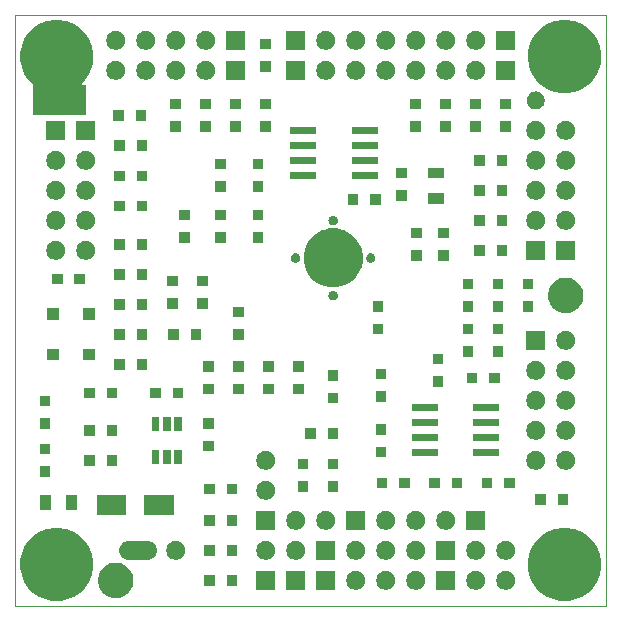
<source format=gbs>
%TF.GenerationSoftware,KiCad,Pcbnew,(5.0.2)-1*%
%TF.CreationDate,2019-03-11T21:45:58+00:00*%
%TF.ProjectId,uDSP-1.0,75445350-2d31-42e3-902e-6b696361645f,1.0*%
%TF.SameCoordinates,PX660b0c0PY81b3200*%
%TF.FileFunction,Soldermask,Bot*%
%TF.FilePolarity,Negative*%
%FSLAX46Y46*%
G04 Gerber Fmt 4.6, Leading zero omitted, Abs format (unit mm)*
G04 Created by KiCad (PCBNEW (5.0.2)-1) date 11/03/2019 21:45:58*
%MOMM*%
%LPD*%
G01*
G04 APERTURE LIST*
%ADD10C,0.100000*%
%ADD11C,0.150000*%
G04 APERTURE END LIST*
D10*
X0Y50000000D02*
X0Y0D01*
X50000000Y50000000D02*
X0Y50000000D01*
X50000000Y0D02*
X50000000Y50000000D01*
X0Y0D02*
X50000000Y0D01*
D11*
G36*
X47204599Y6520579D02*
X47404237Y6480869D01*
X47968401Y6247185D01*
X48476135Y5907928D01*
X48907928Y5476135D01*
X49247185Y4968401D01*
X49480869Y4404237D01*
X49514852Y4233394D01*
X49582844Y3891576D01*
X49600000Y3805323D01*
X49600000Y3194677D01*
X49480869Y2595763D01*
X49247185Y2031599D01*
X48907928Y1523865D01*
X48476135Y1092072D01*
X47968401Y752815D01*
X47404237Y519131D01*
X47204599Y479421D01*
X46805325Y400000D01*
X46194675Y400000D01*
X45795401Y479421D01*
X45595763Y519131D01*
X45031599Y752815D01*
X44523865Y1092072D01*
X44092072Y1523865D01*
X43752815Y2031599D01*
X43519131Y2595763D01*
X43400000Y3194677D01*
X43400000Y3805323D01*
X43417157Y3891576D01*
X43485148Y4233394D01*
X43519131Y4404237D01*
X43752815Y4968401D01*
X44092072Y5476135D01*
X44523865Y5907928D01*
X45031599Y6247185D01*
X45595763Y6480869D01*
X45795401Y6520579D01*
X46194675Y6600000D01*
X46805325Y6600000D01*
X47204599Y6520579D01*
X47204599Y6520579D01*
G37*
G36*
X4204599Y6520579D02*
X4404237Y6480869D01*
X4968401Y6247185D01*
X5476135Y5907928D01*
X5907928Y5476135D01*
X6247185Y4968401D01*
X6480869Y4404237D01*
X6514852Y4233394D01*
X6582844Y3891576D01*
X6600000Y3805323D01*
X6600000Y3194677D01*
X6480869Y2595763D01*
X6247185Y2031599D01*
X5907928Y1523865D01*
X5476135Y1092072D01*
X4968401Y752815D01*
X4404237Y519131D01*
X4204599Y479421D01*
X3805325Y400000D01*
X3194675Y400000D01*
X2795401Y479421D01*
X2595763Y519131D01*
X2031599Y752815D01*
X1523865Y1092072D01*
X1092072Y1523865D01*
X752815Y2031599D01*
X519131Y2595763D01*
X400000Y3194677D01*
X400000Y3805323D01*
X417157Y3891576D01*
X485148Y4233394D01*
X519131Y4404237D01*
X752815Y4968401D01*
X1092072Y5476135D01*
X1523865Y5907928D01*
X2031599Y6247185D01*
X2595763Y6480869D01*
X2795401Y6520579D01*
X3194675Y6600000D01*
X3805325Y6600000D01*
X4204599Y6520579D01*
X4204599Y6520579D01*
G37*
G36*
X8830935Y3601571D02*
X8927534Y3582356D01*
X9200517Y3469283D01*
X9442920Y3307313D01*
X9446197Y3305124D01*
X9655124Y3096197D01*
X9819284Y2850515D01*
X9932356Y2577533D01*
X9990000Y2287739D01*
X9990000Y1992261D01*
X9932356Y1702467D01*
X9819284Y1429485D01*
X9655124Y1183803D01*
X9446197Y974876D01*
X9446194Y974874D01*
X9200517Y810717D01*
X8927534Y697644D01*
X8830935Y678429D01*
X8637739Y640000D01*
X8342261Y640000D01*
X8149065Y678429D01*
X8052466Y697644D01*
X7779483Y810717D01*
X7533806Y974874D01*
X7533803Y974876D01*
X7324876Y1183803D01*
X7160716Y1429485D01*
X7047644Y1702467D01*
X6990000Y1992261D01*
X6990000Y2287739D01*
X7047644Y2577533D01*
X7160716Y2850515D01*
X7324876Y3096197D01*
X7533803Y3305124D01*
X7537080Y3307313D01*
X7779483Y3469283D01*
X8052466Y3582356D01*
X8149065Y3601571D01*
X8342261Y3640000D01*
X8637739Y3640000D01*
X8830935Y3601571D01*
X8830935Y3601571D01*
G37*
G36*
X37230000Y1340000D02*
X35630000Y1340000D01*
X35630000Y2940000D01*
X37230000Y2940000D01*
X37230000Y1340000D01*
X37230000Y1340000D01*
G37*
G36*
X29043352Y2909257D02*
X29188941Y2848952D01*
X29319973Y2761399D01*
X29431399Y2649973D01*
X29518952Y2518941D01*
X29579257Y2373352D01*
X29610000Y2218795D01*
X29610000Y2061205D01*
X29579257Y1906648D01*
X29518952Y1761059D01*
X29431399Y1630027D01*
X29319973Y1518601D01*
X29188941Y1431048D01*
X29043352Y1370743D01*
X28888795Y1340000D01*
X28731205Y1340000D01*
X28576648Y1370743D01*
X28431059Y1431048D01*
X28300027Y1518601D01*
X28188601Y1630027D01*
X28101048Y1761059D01*
X28040743Y1906648D01*
X28010000Y2061205D01*
X28010000Y2218795D01*
X28040743Y2373352D01*
X28101048Y2518941D01*
X28188601Y2649973D01*
X28300027Y2761399D01*
X28431059Y2848952D01*
X28576648Y2909257D01*
X28731205Y2940000D01*
X28888795Y2940000D01*
X29043352Y2909257D01*
X29043352Y2909257D01*
G37*
G36*
X27070000Y1340000D02*
X25470000Y1340000D01*
X25470000Y2940000D01*
X27070000Y2940000D01*
X27070000Y1340000D01*
X27070000Y1340000D01*
G37*
G36*
X31583352Y2909257D02*
X31728941Y2848952D01*
X31859973Y2761399D01*
X31971399Y2649973D01*
X32058952Y2518941D01*
X32119257Y2373352D01*
X32150000Y2218795D01*
X32150000Y2061205D01*
X32119257Y1906648D01*
X32058952Y1761059D01*
X31971399Y1630027D01*
X31859973Y1518601D01*
X31728941Y1431048D01*
X31583352Y1370743D01*
X31428795Y1340000D01*
X31271205Y1340000D01*
X31116648Y1370743D01*
X30971059Y1431048D01*
X30840027Y1518601D01*
X30728601Y1630027D01*
X30641048Y1761059D01*
X30580743Y1906648D01*
X30550000Y2061205D01*
X30550000Y2218795D01*
X30580743Y2373352D01*
X30641048Y2518941D01*
X30728601Y2649973D01*
X30840027Y2761399D01*
X30971059Y2848952D01*
X31116648Y2909257D01*
X31271205Y2940000D01*
X31428795Y2940000D01*
X31583352Y2909257D01*
X31583352Y2909257D01*
G37*
G36*
X34123352Y2909257D02*
X34268941Y2848952D01*
X34399973Y2761399D01*
X34511399Y2649973D01*
X34598952Y2518941D01*
X34659257Y2373352D01*
X34690000Y2218795D01*
X34690000Y2061205D01*
X34659257Y1906648D01*
X34598952Y1761059D01*
X34511399Y1630027D01*
X34399973Y1518601D01*
X34268941Y1431048D01*
X34123352Y1370743D01*
X33968795Y1340000D01*
X33811205Y1340000D01*
X33656648Y1370743D01*
X33511059Y1431048D01*
X33380027Y1518601D01*
X33268601Y1630027D01*
X33181048Y1761059D01*
X33120743Y1906648D01*
X33090000Y2061205D01*
X33090000Y2218795D01*
X33120743Y2373352D01*
X33181048Y2518941D01*
X33268601Y2649973D01*
X33380027Y2761399D01*
X33511059Y2848952D01*
X33656648Y2909257D01*
X33811205Y2940000D01*
X33968795Y2940000D01*
X34123352Y2909257D01*
X34123352Y2909257D01*
G37*
G36*
X24530000Y1340000D02*
X22930000Y1340000D01*
X22930000Y2940000D01*
X24530000Y2940000D01*
X24530000Y1340000D01*
X24530000Y1340000D01*
G37*
G36*
X39203352Y2909257D02*
X39348941Y2848952D01*
X39479973Y2761399D01*
X39591399Y2649973D01*
X39678952Y2518941D01*
X39739257Y2373352D01*
X39770000Y2218795D01*
X39770000Y2061205D01*
X39739257Y1906648D01*
X39678952Y1761059D01*
X39591399Y1630027D01*
X39479973Y1518601D01*
X39348941Y1431048D01*
X39203352Y1370743D01*
X39048795Y1340000D01*
X38891205Y1340000D01*
X38736648Y1370743D01*
X38591059Y1431048D01*
X38460027Y1518601D01*
X38348601Y1630027D01*
X38261048Y1761059D01*
X38200743Y1906648D01*
X38170000Y2061205D01*
X38170000Y2218795D01*
X38200743Y2373352D01*
X38261048Y2518941D01*
X38348601Y2649973D01*
X38460027Y2761399D01*
X38591059Y2848952D01*
X38736648Y2909257D01*
X38891205Y2940000D01*
X39048795Y2940000D01*
X39203352Y2909257D01*
X39203352Y2909257D01*
G37*
G36*
X41743352Y2909257D02*
X41888941Y2848952D01*
X42019973Y2761399D01*
X42131399Y2649973D01*
X42218952Y2518941D01*
X42279257Y2373352D01*
X42310000Y2218795D01*
X42310000Y2061205D01*
X42279257Y1906648D01*
X42218952Y1761059D01*
X42131399Y1630027D01*
X42019973Y1518601D01*
X41888941Y1431048D01*
X41743352Y1370743D01*
X41588795Y1340000D01*
X41431205Y1340000D01*
X41276648Y1370743D01*
X41131059Y1431048D01*
X41000027Y1518601D01*
X40888601Y1630027D01*
X40801048Y1761059D01*
X40740743Y1906648D01*
X40710000Y2061205D01*
X40710000Y2218795D01*
X40740743Y2373352D01*
X40801048Y2518941D01*
X40888601Y2649973D01*
X41000027Y2761399D01*
X41131059Y2848952D01*
X41276648Y2909257D01*
X41431205Y2940000D01*
X41588795Y2940000D01*
X41743352Y2909257D01*
X41743352Y2909257D01*
G37*
G36*
X21990000Y1340000D02*
X20390000Y1340000D01*
X20390000Y2940000D01*
X21990000Y2940000D01*
X21990000Y1340000D01*
X21990000Y1340000D01*
G37*
G36*
X16880000Y1690000D02*
X15980000Y1690000D01*
X15980000Y2590000D01*
X16880000Y2590000D01*
X16880000Y1690000D01*
X16880000Y1690000D01*
G37*
G36*
X18780000Y1690000D02*
X17880000Y1690000D01*
X17880000Y2590000D01*
X18780000Y2590000D01*
X18780000Y1690000D01*
X18780000Y1690000D01*
G37*
G36*
X23963352Y5449257D02*
X24108941Y5388952D01*
X24239973Y5301399D01*
X24351399Y5189973D01*
X24438952Y5058941D01*
X24499257Y4913352D01*
X24530000Y4758795D01*
X24530000Y4601205D01*
X24499257Y4446648D01*
X24438952Y4301059D01*
X24351399Y4170027D01*
X24239973Y4058601D01*
X24108941Y3971048D01*
X23963352Y3910743D01*
X23808795Y3880000D01*
X23651205Y3880000D01*
X23496648Y3910743D01*
X23351059Y3971048D01*
X23220027Y4058601D01*
X23108601Y4170027D01*
X23021048Y4301059D01*
X22960743Y4446648D01*
X22930000Y4601205D01*
X22930000Y4758795D01*
X22960743Y4913352D01*
X23021048Y5058941D01*
X23108601Y5189973D01*
X23220027Y5301399D01*
X23351059Y5388952D01*
X23496648Y5449257D01*
X23651205Y5480000D01*
X23808795Y5480000D01*
X23963352Y5449257D01*
X23963352Y5449257D01*
G37*
G36*
X34123352Y5449257D02*
X34268941Y5388952D01*
X34399973Y5301399D01*
X34511399Y5189973D01*
X34598952Y5058941D01*
X34659257Y4913352D01*
X34690000Y4758795D01*
X34690000Y4601205D01*
X34659257Y4446648D01*
X34598952Y4301059D01*
X34511399Y4170027D01*
X34399973Y4058601D01*
X34268941Y3971048D01*
X34123352Y3910743D01*
X33968795Y3880000D01*
X33811205Y3880000D01*
X33656648Y3910743D01*
X33511059Y3971048D01*
X33380027Y4058601D01*
X33268601Y4170027D01*
X33181048Y4301059D01*
X33120743Y4446648D01*
X33090000Y4601205D01*
X33090000Y4758795D01*
X33120743Y4913352D01*
X33181048Y5058941D01*
X33268601Y5189973D01*
X33380027Y5301399D01*
X33511059Y5388952D01*
X33656648Y5449257D01*
X33811205Y5480000D01*
X33968795Y5480000D01*
X34123352Y5449257D01*
X34123352Y5449257D01*
G37*
G36*
X21423352Y5449257D02*
X21568941Y5388952D01*
X21699973Y5301399D01*
X21811399Y5189973D01*
X21898952Y5058941D01*
X21959257Y4913352D01*
X21990000Y4758795D01*
X21990000Y4601205D01*
X21959257Y4446648D01*
X21898952Y4301059D01*
X21811399Y4170027D01*
X21699973Y4058601D01*
X21568941Y3971048D01*
X21423352Y3910743D01*
X21268795Y3880000D01*
X21111205Y3880000D01*
X20956648Y3910743D01*
X20811059Y3971048D01*
X20680027Y4058601D01*
X20568601Y4170027D01*
X20481048Y4301059D01*
X20420743Y4446648D01*
X20390000Y4601205D01*
X20390000Y4758795D01*
X20420743Y4913352D01*
X20481048Y5058941D01*
X20568601Y5189973D01*
X20680027Y5301399D01*
X20811059Y5388952D01*
X20956648Y5449257D01*
X21111205Y5480000D01*
X21268795Y5480000D01*
X21423352Y5449257D01*
X21423352Y5449257D01*
G37*
G36*
X39203352Y5449257D02*
X39348941Y5388952D01*
X39479973Y5301399D01*
X39591399Y5189973D01*
X39678952Y5058941D01*
X39739257Y4913352D01*
X39770000Y4758795D01*
X39770000Y4601205D01*
X39739257Y4446648D01*
X39678952Y4301059D01*
X39591399Y4170027D01*
X39479973Y4058601D01*
X39348941Y3971048D01*
X39203352Y3910743D01*
X39048795Y3880000D01*
X38891205Y3880000D01*
X38736648Y3910743D01*
X38591059Y3971048D01*
X38460027Y4058601D01*
X38348601Y4170027D01*
X38261048Y4301059D01*
X38200743Y4446648D01*
X38170000Y4601205D01*
X38170000Y4758795D01*
X38200743Y4913352D01*
X38261048Y5058941D01*
X38348601Y5189973D01*
X38460027Y5301399D01*
X38591059Y5388952D01*
X38736648Y5449257D01*
X38891205Y5480000D01*
X39048795Y5480000D01*
X39203352Y5449257D01*
X39203352Y5449257D01*
G37*
G36*
X11312649Y5472283D02*
X11351827Y5468424D01*
X11415012Y5449257D01*
X11502629Y5422679D01*
X11641608Y5348392D01*
X11763422Y5248422D01*
X11863392Y5126608D01*
X11937679Y4987629D01*
X11983424Y4836826D01*
X11998870Y4680000D01*
X11983424Y4523174D01*
X11937679Y4372371D01*
X11863392Y4233392D01*
X11763422Y4111578D01*
X11641608Y4011608D01*
X11502629Y3937321D01*
X11427227Y3914448D01*
X11351827Y3891576D01*
X11312649Y3887717D01*
X11234295Y3880000D01*
X9555705Y3880000D01*
X9477351Y3887717D01*
X9438173Y3891576D01*
X9362773Y3914448D01*
X9287371Y3937321D01*
X9148392Y4011608D01*
X9026578Y4111578D01*
X8926608Y4233392D01*
X8852321Y4372371D01*
X8806576Y4523174D01*
X8791130Y4680000D01*
X8806576Y4836826D01*
X8852321Y4987629D01*
X8926608Y5126608D01*
X9026578Y5248422D01*
X9148392Y5348392D01*
X9287371Y5422679D01*
X9374988Y5449257D01*
X9438173Y5468424D01*
X9477351Y5472283D01*
X9555705Y5480000D01*
X11234295Y5480000D01*
X11312649Y5472283D01*
X11312649Y5472283D01*
G37*
G36*
X37230000Y3880000D02*
X35630000Y3880000D01*
X35630000Y5480000D01*
X37230000Y5480000D01*
X37230000Y3880000D01*
X37230000Y3880000D01*
G37*
G36*
X27070000Y3880000D02*
X25470000Y3880000D01*
X25470000Y5480000D01*
X27070000Y5480000D01*
X27070000Y3880000D01*
X27070000Y3880000D01*
G37*
G36*
X41743352Y5449257D02*
X41888941Y5388952D01*
X42019973Y5301399D01*
X42131399Y5189973D01*
X42218952Y5058941D01*
X42279257Y4913352D01*
X42310000Y4758795D01*
X42310000Y4601205D01*
X42279257Y4446648D01*
X42218952Y4301059D01*
X42131399Y4170027D01*
X42019973Y4058601D01*
X41888941Y3971048D01*
X41743352Y3910743D01*
X41588795Y3880000D01*
X41431205Y3880000D01*
X41276648Y3910743D01*
X41131059Y3971048D01*
X41000027Y4058601D01*
X40888601Y4170027D01*
X40801048Y4301059D01*
X40740743Y4446648D01*
X40710000Y4601205D01*
X40710000Y4758795D01*
X40740743Y4913352D01*
X40801048Y5058941D01*
X40888601Y5189973D01*
X41000027Y5301399D01*
X41131059Y5388952D01*
X41276648Y5449257D01*
X41431205Y5480000D01*
X41588795Y5480000D01*
X41743352Y5449257D01*
X41743352Y5449257D01*
G37*
G36*
X29043352Y5449257D02*
X29188941Y5388952D01*
X29319973Y5301399D01*
X29431399Y5189973D01*
X29518952Y5058941D01*
X29579257Y4913352D01*
X29610000Y4758795D01*
X29610000Y4601205D01*
X29579257Y4446648D01*
X29518952Y4301059D01*
X29431399Y4170027D01*
X29319973Y4058601D01*
X29188941Y3971048D01*
X29043352Y3910743D01*
X28888795Y3880000D01*
X28731205Y3880000D01*
X28576648Y3910743D01*
X28431059Y3971048D01*
X28300027Y4058601D01*
X28188601Y4170027D01*
X28101048Y4301059D01*
X28040743Y4446648D01*
X28010000Y4601205D01*
X28010000Y4758795D01*
X28040743Y4913352D01*
X28101048Y5058941D01*
X28188601Y5189973D01*
X28300027Y5301399D01*
X28431059Y5388952D01*
X28576648Y5449257D01*
X28731205Y5480000D01*
X28888795Y5480000D01*
X29043352Y5449257D01*
X29043352Y5449257D01*
G37*
G36*
X31583352Y5449257D02*
X31728941Y5388952D01*
X31859973Y5301399D01*
X31971399Y5189973D01*
X32058952Y5058941D01*
X32119257Y4913352D01*
X32150000Y4758795D01*
X32150000Y4601205D01*
X32119257Y4446648D01*
X32058952Y4301059D01*
X31971399Y4170027D01*
X31859973Y4058601D01*
X31728941Y3971048D01*
X31583352Y3910743D01*
X31428795Y3880000D01*
X31271205Y3880000D01*
X31116648Y3910743D01*
X30971059Y3971048D01*
X30840027Y4058601D01*
X30728601Y4170027D01*
X30641048Y4301059D01*
X30580743Y4446648D01*
X30550000Y4601205D01*
X30550000Y4758795D01*
X30580743Y4913352D01*
X30641048Y5058941D01*
X30728601Y5189973D01*
X30840027Y5301399D01*
X30971059Y5388952D01*
X31116648Y5449257D01*
X31271205Y5480000D01*
X31428795Y5480000D01*
X31583352Y5449257D01*
X31583352Y5449257D01*
G37*
G36*
X13803352Y5449257D02*
X13948941Y5388952D01*
X14079973Y5301399D01*
X14191399Y5189973D01*
X14278952Y5058941D01*
X14339257Y4913352D01*
X14370000Y4758795D01*
X14370000Y4601205D01*
X14339257Y4446648D01*
X14278952Y4301059D01*
X14191399Y4170027D01*
X14079973Y4058601D01*
X13948941Y3971048D01*
X13803352Y3910743D01*
X13648795Y3880000D01*
X13491205Y3880000D01*
X13336648Y3910743D01*
X13191059Y3971048D01*
X13060027Y4058601D01*
X12948601Y4170027D01*
X12861048Y4301059D01*
X12800743Y4446648D01*
X12770000Y4601205D01*
X12770000Y4758795D01*
X12800743Y4913352D01*
X12861048Y5058941D01*
X12948601Y5189973D01*
X13060027Y5301399D01*
X13191059Y5388952D01*
X13336648Y5449257D01*
X13491205Y5480000D01*
X13648795Y5480000D01*
X13803352Y5449257D01*
X13803352Y5449257D01*
G37*
G36*
X18780000Y4230000D02*
X17880000Y4230000D01*
X17880000Y5130000D01*
X18780000Y5130000D01*
X18780000Y4230000D01*
X18780000Y4230000D01*
G37*
G36*
X16880000Y4230000D02*
X15980000Y4230000D01*
X15980000Y5130000D01*
X16880000Y5130000D01*
X16880000Y4230000D01*
X16880000Y4230000D01*
G37*
G36*
X39770000Y6420000D02*
X38170000Y6420000D01*
X38170000Y8020000D01*
X39770000Y8020000D01*
X39770000Y6420000D01*
X39770000Y6420000D01*
G37*
G36*
X34123352Y7989257D02*
X34268941Y7928952D01*
X34399973Y7841399D01*
X34511399Y7729973D01*
X34598952Y7598941D01*
X34659257Y7453352D01*
X34690000Y7298795D01*
X34690000Y7141205D01*
X34659257Y6986648D01*
X34598952Y6841059D01*
X34511399Y6710027D01*
X34399973Y6598601D01*
X34268941Y6511048D01*
X34123352Y6450743D01*
X33968795Y6420000D01*
X33811205Y6420000D01*
X33656648Y6450743D01*
X33511059Y6511048D01*
X33380027Y6598601D01*
X33268601Y6710027D01*
X33181048Y6841059D01*
X33120743Y6986648D01*
X33090000Y7141205D01*
X33090000Y7298795D01*
X33120743Y7453352D01*
X33181048Y7598941D01*
X33268601Y7729973D01*
X33380027Y7841399D01*
X33511059Y7928952D01*
X33656648Y7989257D01*
X33811205Y8020000D01*
X33968795Y8020000D01*
X34123352Y7989257D01*
X34123352Y7989257D01*
G37*
G36*
X36663352Y7989257D02*
X36808941Y7928952D01*
X36939973Y7841399D01*
X37051399Y7729973D01*
X37138952Y7598941D01*
X37199257Y7453352D01*
X37230000Y7298795D01*
X37230000Y7141205D01*
X37199257Y6986648D01*
X37138952Y6841059D01*
X37051399Y6710027D01*
X36939973Y6598601D01*
X36808941Y6511048D01*
X36663352Y6450743D01*
X36508795Y6420000D01*
X36351205Y6420000D01*
X36196648Y6450743D01*
X36051059Y6511048D01*
X35920027Y6598601D01*
X35808601Y6710027D01*
X35721048Y6841059D01*
X35660743Y6986648D01*
X35630000Y7141205D01*
X35630000Y7298795D01*
X35660743Y7453352D01*
X35721048Y7598941D01*
X35808601Y7729973D01*
X35920027Y7841399D01*
X36051059Y7928952D01*
X36196648Y7989257D01*
X36351205Y8020000D01*
X36508795Y8020000D01*
X36663352Y7989257D01*
X36663352Y7989257D01*
G37*
G36*
X31583352Y7989257D02*
X31728941Y7928952D01*
X31859973Y7841399D01*
X31971399Y7729973D01*
X32058952Y7598941D01*
X32119257Y7453352D01*
X32150000Y7298795D01*
X32150000Y7141205D01*
X32119257Y6986648D01*
X32058952Y6841059D01*
X31971399Y6710027D01*
X31859973Y6598601D01*
X31728941Y6511048D01*
X31583352Y6450743D01*
X31428795Y6420000D01*
X31271205Y6420000D01*
X31116648Y6450743D01*
X30971059Y6511048D01*
X30840027Y6598601D01*
X30728601Y6710027D01*
X30641048Y6841059D01*
X30580743Y6986648D01*
X30550000Y7141205D01*
X30550000Y7298795D01*
X30580743Y7453352D01*
X30641048Y7598941D01*
X30728601Y7729973D01*
X30840027Y7841399D01*
X30971059Y7928952D01*
X31116648Y7989257D01*
X31271205Y8020000D01*
X31428795Y8020000D01*
X31583352Y7989257D01*
X31583352Y7989257D01*
G37*
G36*
X23963352Y7989257D02*
X24108941Y7928952D01*
X24239973Y7841399D01*
X24351399Y7729973D01*
X24438952Y7598941D01*
X24499257Y7453352D01*
X24530000Y7298795D01*
X24530000Y7141205D01*
X24499257Y6986648D01*
X24438952Y6841059D01*
X24351399Y6710027D01*
X24239973Y6598601D01*
X24108941Y6511048D01*
X23963352Y6450743D01*
X23808795Y6420000D01*
X23651205Y6420000D01*
X23496648Y6450743D01*
X23351059Y6511048D01*
X23220027Y6598601D01*
X23108601Y6710027D01*
X23021048Y6841059D01*
X22960743Y6986648D01*
X22930000Y7141205D01*
X22930000Y7298795D01*
X22960743Y7453352D01*
X23021048Y7598941D01*
X23108601Y7729973D01*
X23220027Y7841399D01*
X23351059Y7928952D01*
X23496648Y7989257D01*
X23651205Y8020000D01*
X23808795Y8020000D01*
X23963352Y7989257D01*
X23963352Y7989257D01*
G37*
G36*
X29610000Y6420000D02*
X28010000Y6420000D01*
X28010000Y8020000D01*
X29610000Y8020000D01*
X29610000Y6420000D01*
X29610000Y6420000D01*
G37*
G36*
X26503352Y7989257D02*
X26648941Y7928952D01*
X26779973Y7841399D01*
X26891399Y7729973D01*
X26978952Y7598941D01*
X27039257Y7453352D01*
X27070000Y7298795D01*
X27070000Y7141205D01*
X27039257Y6986648D01*
X26978952Y6841059D01*
X26891399Y6710027D01*
X26779973Y6598601D01*
X26648941Y6511048D01*
X26503352Y6450743D01*
X26348795Y6420000D01*
X26191205Y6420000D01*
X26036648Y6450743D01*
X25891059Y6511048D01*
X25760027Y6598601D01*
X25648601Y6710027D01*
X25561048Y6841059D01*
X25500743Y6986648D01*
X25470000Y7141205D01*
X25470000Y7298795D01*
X25500743Y7453352D01*
X25561048Y7598941D01*
X25648601Y7729973D01*
X25760027Y7841399D01*
X25891059Y7928952D01*
X26036648Y7989257D01*
X26191205Y8020000D01*
X26348795Y8020000D01*
X26503352Y7989257D01*
X26503352Y7989257D01*
G37*
G36*
X21990000Y6420000D02*
X20390000Y6420000D01*
X20390000Y8020000D01*
X21990000Y8020000D01*
X21990000Y6420000D01*
X21990000Y6420000D01*
G37*
G36*
X18780000Y6770000D02*
X17880000Y6770000D01*
X17880000Y7670000D01*
X18780000Y7670000D01*
X18780000Y6770000D01*
X18780000Y6770000D01*
G37*
G36*
X16880000Y6770000D02*
X15980000Y6770000D01*
X15980000Y7670000D01*
X16880000Y7670000D01*
X16880000Y6770000D01*
X16880000Y6770000D01*
G37*
G36*
X13391000Y7640000D02*
X10891000Y7640000D01*
X10891000Y9340000D01*
X13391000Y9340000D01*
X13391000Y7640000D01*
X13391000Y7640000D01*
G37*
G36*
X9391000Y7640000D02*
X6891000Y7640000D01*
X6891000Y9340000D01*
X9391000Y9340000D01*
X9391000Y7640000D01*
X9391000Y7640000D01*
G37*
G36*
X3014000Y8094000D02*
X2114000Y8094000D01*
X2114000Y9394000D01*
X3014000Y9394000D01*
X3014000Y8094000D01*
X3014000Y8094000D01*
G37*
G36*
X5214000Y8094000D02*
X4314000Y8094000D01*
X4314000Y9394000D01*
X5214000Y9394000D01*
X5214000Y8094000D01*
X5214000Y8094000D01*
G37*
G36*
X44900000Y8550000D02*
X44000000Y8550000D01*
X44000000Y9450000D01*
X44900000Y9450000D01*
X44900000Y8550000D01*
X44900000Y8550000D01*
G37*
G36*
X46800000Y8550000D02*
X45900000Y8550000D01*
X45900000Y9450000D01*
X46800000Y9450000D01*
X46800000Y8550000D01*
X46800000Y8550000D01*
G37*
G36*
X21423352Y10529257D02*
X21568941Y10468952D01*
X21699973Y10381399D01*
X21811399Y10269973D01*
X21898952Y10138941D01*
X21959257Y9993352D01*
X21990000Y9838795D01*
X21990000Y9681205D01*
X21959257Y9526648D01*
X21898952Y9381059D01*
X21811399Y9250027D01*
X21699973Y9138601D01*
X21568941Y9051048D01*
X21423352Y8990743D01*
X21268795Y8960000D01*
X21111205Y8960000D01*
X20956648Y8990743D01*
X20811059Y9051048D01*
X20680027Y9138601D01*
X20568601Y9250027D01*
X20481048Y9381059D01*
X20420743Y9526648D01*
X20390000Y9681205D01*
X20390000Y9838795D01*
X20420743Y9993352D01*
X20481048Y10138941D01*
X20568601Y10269973D01*
X20680027Y10381399D01*
X20811059Y10468952D01*
X20956648Y10529257D01*
X21111205Y10560000D01*
X21268795Y10560000D01*
X21423352Y10529257D01*
X21423352Y10529257D01*
G37*
G36*
X16880000Y9437000D02*
X15980000Y9437000D01*
X15980000Y10337000D01*
X16880000Y10337000D01*
X16880000Y9437000D01*
X16880000Y9437000D01*
G37*
G36*
X18780000Y9437000D02*
X17880000Y9437000D01*
X17880000Y10337000D01*
X18780000Y10337000D01*
X18780000Y9437000D01*
X18780000Y9437000D01*
G37*
G36*
X27355000Y9630000D02*
X26455000Y9630000D01*
X26455000Y10530000D01*
X27355000Y10530000D01*
X27355000Y9630000D01*
X27355000Y9630000D01*
G37*
G36*
X24815000Y9630000D02*
X23915000Y9630000D01*
X23915000Y10530000D01*
X24815000Y10530000D01*
X24815000Y9630000D01*
X24815000Y9630000D01*
G37*
G36*
X42275000Y9945000D02*
X41375000Y9945000D01*
X41375000Y10845000D01*
X42275000Y10845000D01*
X42275000Y9945000D01*
X42275000Y9945000D01*
G37*
G36*
X33385000Y9945000D02*
X32485000Y9945000D01*
X32485000Y10845000D01*
X33385000Y10845000D01*
X33385000Y9945000D01*
X33385000Y9945000D01*
G37*
G36*
X40375000Y9945000D02*
X39475000Y9945000D01*
X39475000Y10845000D01*
X40375000Y10845000D01*
X40375000Y9945000D01*
X40375000Y9945000D01*
G37*
G36*
X37830000Y9945000D02*
X36930000Y9945000D01*
X36930000Y10845000D01*
X37830000Y10845000D01*
X37830000Y9945000D01*
X37830000Y9945000D01*
G37*
G36*
X31485000Y9945000D02*
X30585000Y9945000D01*
X30585000Y10845000D01*
X31485000Y10845000D01*
X31485000Y9945000D01*
X31485000Y9945000D01*
G37*
G36*
X35930000Y9945000D02*
X35030000Y9945000D01*
X35030000Y10845000D01*
X35930000Y10845000D01*
X35930000Y9945000D01*
X35930000Y9945000D01*
G37*
G36*
X2971000Y10900000D02*
X2071000Y10900000D01*
X2071000Y11800000D01*
X2971000Y11800000D01*
X2971000Y10900000D01*
X2971000Y10900000D01*
G37*
G36*
X46823352Y13069257D02*
X46968941Y13008952D01*
X47099973Y12921399D01*
X47211399Y12809973D01*
X47298952Y12678941D01*
X47359257Y12533352D01*
X47390000Y12378795D01*
X47390000Y12221205D01*
X47359257Y12066648D01*
X47298952Y11921059D01*
X47211399Y11790027D01*
X47099973Y11678601D01*
X46968941Y11591048D01*
X46823352Y11530743D01*
X46668795Y11500000D01*
X46511205Y11500000D01*
X46356648Y11530743D01*
X46211059Y11591048D01*
X46080027Y11678601D01*
X45968601Y11790027D01*
X45881048Y11921059D01*
X45820743Y12066648D01*
X45790000Y12221205D01*
X45790000Y12378795D01*
X45820743Y12533352D01*
X45881048Y12678941D01*
X45968601Y12809973D01*
X46080027Y12921399D01*
X46211059Y13008952D01*
X46356648Y13069257D01*
X46511205Y13100000D01*
X46668795Y13100000D01*
X46823352Y13069257D01*
X46823352Y13069257D01*
G37*
G36*
X21423352Y13069257D02*
X21568941Y13008952D01*
X21699973Y12921399D01*
X21811399Y12809973D01*
X21898952Y12678941D01*
X21959257Y12533352D01*
X21990000Y12378795D01*
X21990000Y12221205D01*
X21959257Y12066648D01*
X21898952Y11921059D01*
X21811399Y11790027D01*
X21699973Y11678601D01*
X21568941Y11591048D01*
X21423352Y11530743D01*
X21268795Y11500000D01*
X21111205Y11500000D01*
X20956648Y11530743D01*
X20811059Y11591048D01*
X20680027Y11678601D01*
X20568601Y11790027D01*
X20481048Y11921059D01*
X20420743Y12066648D01*
X20390000Y12221205D01*
X20390000Y12378795D01*
X20420743Y12533352D01*
X20481048Y12678941D01*
X20568601Y12809973D01*
X20680027Y12921399D01*
X20811059Y13008952D01*
X20956648Y13069257D01*
X21111205Y13100000D01*
X21268795Y13100000D01*
X21423352Y13069257D01*
X21423352Y13069257D01*
G37*
G36*
X44283352Y13069257D02*
X44428941Y13008952D01*
X44559973Y12921399D01*
X44671399Y12809973D01*
X44758952Y12678941D01*
X44819257Y12533352D01*
X44850000Y12378795D01*
X44850000Y12221205D01*
X44819257Y12066648D01*
X44758952Y11921059D01*
X44671399Y11790027D01*
X44559973Y11678601D01*
X44428941Y11591048D01*
X44283352Y11530743D01*
X44128795Y11500000D01*
X43971205Y11500000D01*
X43816648Y11530743D01*
X43671059Y11591048D01*
X43540027Y11678601D01*
X43428601Y11790027D01*
X43341048Y11921059D01*
X43280743Y12066648D01*
X43250000Y12221205D01*
X43250000Y12378795D01*
X43280743Y12533352D01*
X43341048Y12678941D01*
X43428601Y12809973D01*
X43540027Y12921399D01*
X43671059Y13008952D01*
X43816648Y13069257D01*
X43971205Y13100000D01*
X44128795Y13100000D01*
X44283352Y13069257D01*
X44283352Y13069257D01*
G37*
G36*
X27355000Y11530000D02*
X26455000Y11530000D01*
X26455000Y12430000D01*
X27355000Y12430000D01*
X27355000Y11530000D01*
X27355000Y11530000D01*
G37*
G36*
X24815000Y11530000D02*
X23915000Y11530000D01*
X23915000Y12430000D01*
X24815000Y12430000D01*
X24815000Y11530000D01*
X24815000Y11530000D01*
G37*
G36*
X6720000Y11850000D02*
X5820000Y11850000D01*
X5820000Y12750000D01*
X6720000Y12750000D01*
X6720000Y11850000D01*
X6720000Y11850000D01*
G37*
G36*
X8620000Y11850000D02*
X7720000Y11850000D01*
X7720000Y12750000D01*
X8620000Y12750000D01*
X8620000Y11850000D01*
X8620000Y11850000D01*
G37*
G36*
X12183000Y11951000D02*
X11533000Y11951000D01*
X11533000Y13151000D01*
X12183000Y13151000D01*
X12183000Y11951000D01*
X12183000Y11951000D01*
G37*
G36*
X14083000Y11951000D02*
X13433000Y11951000D01*
X13433000Y13151000D01*
X14083000Y13151000D01*
X14083000Y11951000D01*
X14083000Y11951000D01*
G37*
G36*
X13133000Y11951000D02*
X12483000Y11951000D01*
X12483000Y13151000D01*
X13133000Y13151000D01*
X13133000Y11951000D01*
X13133000Y11951000D01*
G37*
G36*
X31419000Y12551000D02*
X30519000Y12551000D01*
X30519000Y13451000D01*
X31419000Y13451000D01*
X31419000Y12551000D01*
X31419000Y12551000D01*
G37*
G36*
X40959000Y12635000D02*
X38759000Y12635000D01*
X38759000Y13235000D01*
X40959000Y13235000D01*
X40959000Y12635000D01*
X40959000Y12635000D01*
G37*
G36*
X35759000Y12635000D02*
X33559000Y12635000D01*
X33559000Y13235000D01*
X35759000Y13235000D01*
X35759000Y12635000D01*
X35759000Y12635000D01*
G37*
G36*
X2971000Y12800000D02*
X2071000Y12800000D01*
X2071000Y13700000D01*
X2971000Y13700000D01*
X2971000Y12800000D01*
X2971000Y12800000D01*
G37*
G36*
X16814000Y13059000D02*
X15914000Y13059000D01*
X15914000Y13959000D01*
X16814000Y13959000D01*
X16814000Y13059000D01*
X16814000Y13059000D01*
G37*
G36*
X40959000Y13905000D02*
X38759000Y13905000D01*
X38759000Y14505000D01*
X40959000Y14505000D01*
X40959000Y13905000D01*
X40959000Y13905000D01*
G37*
G36*
X35759000Y13905000D02*
X33559000Y13905000D01*
X33559000Y14505000D01*
X35759000Y14505000D01*
X35759000Y13905000D01*
X35759000Y13905000D01*
G37*
G36*
X46823352Y15609257D02*
X46968941Y15548952D01*
X47099973Y15461399D01*
X47211399Y15349973D01*
X47298952Y15218941D01*
X47359257Y15073352D01*
X47390000Y14918795D01*
X47390000Y14761205D01*
X47359257Y14606648D01*
X47298952Y14461059D01*
X47211399Y14330027D01*
X47099973Y14218601D01*
X46968941Y14131048D01*
X46823352Y14070743D01*
X46668795Y14040000D01*
X46511205Y14040000D01*
X46356648Y14070743D01*
X46211059Y14131048D01*
X46080027Y14218601D01*
X45968601Y14330027D01*
X45881048Y14461059D01*
X45820743Y14606648D01*
X45790000Y14761205D01*
X45790000Y14918795D01*
X45820743Y15073352D01*
X45881048Y15218941D01*
X45968601Y15349973D01*
X46080027Y15461399D01*
X46211059Y15548952D01*
X46356648Y15609257D01*
X46511205Y15640000D01*
X46668795Y15640000D01*
X46823352Y15609257D01*
X46823352Y15609257D01*
G37*
G36*
X44283352Y15609257D02*
X44428941Y15548952D01*
X44559973Y15461399D01*
X44671399Y15349973D01*
X44758952Y15218941D01*
X44819257Y15073352D01*
X44850000Y14918795D01*
X44850000Y14761205D01*
X44819257Y14606648D01*
X44758952Y14461059D01*
X44671399Y14330027D01*
X44559973Y14218601D01*
X44428941Y14131048D01*
X44283352Y14070743D01*
X44128795Y14040000D01*
X43971205Y14040000D01*
X43816648Y14070743D01*
X43671059Y14131048D01*
X43540027Y14218601D01*
X43428601Y14330027D01*
X43341048Y14461059D01*
X43280743Y14606648D01*
X43250000Y14761205D01*
X43250000Y14918795D01*
X43280743Y15073352D01*
X43341048Y15218941D01*
X43428601Y15349973D01*
X43540027Y15461399D01*
X43671059Y15548952D01*
X43816648Y15609257D01*
X43971205Y15640000D01*
X44128795Y15640000D01*
X44283352Y15609257D01*
X44283352Y15609257D01*
G37*
G36*
X25455000Y14136000D02*
X24555000Y14136000D01*
X24555000Y15036000D01*
X25455000Y15036000D01*
X25455000Y14136000D01*
X25455000Y14136000D01*
G37*
G36*
X27355000Y14136000D02*
X26455000Y14136000D01*
X26455000Y15036000D01*
X27355000Y15036000D01*
X27355000Y14136000D01*
X27355000Y14136000D01*
G37*
G36*
X6720000Y14390000D02*
X5820000Y14390000D01*
X5820000Y15290000D01*
X6720000Y15290000D01*
X6720000Y14390000D01*
X6720000Y14390000D01*
G37*
G36*
X8620000Y14390000D02*
X7720000Y14390000D01*
X7720000Y15290000D01*
X8620000Y15290000D01*
X8620000Y14390000D01*
X8620000Y14390000D01*
G37*
G36*
X31419000Y14451000D02*
X30519000Y14451000D01*
X30519000Y15351000D01*
X31419000Y15351000D01*
X31419000Y14451000D01*
X31419000Y14451000D01*
G37*
G36*
X13133000Y14751000D02*
X12483000Y14751000D01*
X12483000Y15951000D01*
X13133000Y15951000D01*
X13133000Y14751000D01*
X13133000Y14751000D01*
G37*
G36*
X12183000Y14751000D02*
X11533000Y14751000D01*
X11533000Y15951000D01*
X12183000Y15951000D01*
X12183000Y14751000D01*
X12183000Y14751000D01*
G37*
G36*
X14083000Y14751000D02*
X13433000Y14751000D01*
X13433000Y15951000D01*
X14083000Y15951000D01*
X14083000Y14751000D01*
X14083000Y14751000D01*
G37*
G36*
X16814000Y14959000D02*
X15914000Y14959000D01*
X15914000Y15859000D01*
X16814000Y15859000D01*
X16814000Y14959000D01*
X16814000Y14959000D01*
G37*
G36*
X2971000Y14964000D02*
X2071000Y14964000D01*
X2071000Y15864000D01*
X2971000Y15864000D01*
X2971000Y14964000D01*
X2971000Y14964000D01*
G37*
G36*
X40959000Y15175000D02*
X38759000Y15175000D01*
X38759000Y15775000D01*
X40959000Y15775000D01*
X40959000Y15175000D01*
X40959000Y15175000D01*
G37*
G36*
X35759000Y15175000D02*
X33559000Y15175000D01*
X33559000Y15775000D01*
X35759000Y15775000D01*
X35759000Y15175000D01*
X35759000Y15175000D01*
G37*
G36*
X35759000Y16445000D02*
X33559000Y16445000D01*
X33559000Y17045000D01*
X35759000Y17045000D01*
X35759000Y16445000D01*
X35759000Y16445000D01*
G37*
G36*
X40959000Y16445000D02*
X38759000Y16445000D01*
X38759000Y17045000D01*
X40959000Y17045000D01*
X40959000Y16445000D01*
X40959000Y16445000D01*
G37*
G36*
X46823352Y18149257D02*
X46968941Y18088952D01*
X47099973Y18001399D01*
X47211399Y17889973D01*
X47298952Y17758941D01*
X47359257Y17613352D01*
X47390000Y17458795D01*
X47390000Y17301205D01*
X47359257Y17146648D01*
X47298952Y17001059D01*
X47211399Y16870027D01*
X47099973Y16758601D01*
X46968941Y16671048D01*
X46823352Y16610743D01*
X46668795Y16580000D01*
X46511205Y16580000D01*
X46356648Y16610743D01*
X46211059Y16671048D01*
X46080027Y16758601D01*
X45968601Y16870027D01*
X45881048Y17001059D01*
X45820743Y17146648D01*
X45790000Y17301205D01*
X45790000Y17458795D01*
X45820743Y17613352D01*
X45881048Y17758941D01*
X45968601Y17889973D01*
X46080027Y18001399D01*
X46211059Y18088952D01*
X46356648Y18149257D01*
X46511205Y18180000D01*
X46668795Y18180000D01*
X46823352Y18149257D01*
X46823352Y18149257D01*
G37*
G36*
X44283352Y18149257D02*
X44428941Y18088952D01*
X44559973Y18001399D01*
X44671399Y17889973D01*
X44758952Y17758941D01*
X44819257Y17613352D01*
X44850000Y17458795D01*
X44850000Y17301205D01*
X44819257Y17146648D01*
X44758952Y17001059D01*
X44671399Y16870027D01*
X44559973Y16758601D01*
X44428941Y16671048D01*
X44283352Y16610743D01*
X44128795Y16580000D01*
X43971205Y16580000D01*
X43816648Y16610743D01*
X43671059Y16671048D01*
X43540027Y16758601D01*
X43428601Y16870027D01*
X43341048Y17001059D01*
X43280743Y17146648D01*
X43250000Y17301205D01*
X43250000Y17458795D01*
X43280743Y17613352D01*
X43341048Y17758941D01*
X43428601Y17889973D01*
X43540027Y18001399D01*
X43671059Y18088952D01*
X43816648Y18149257D01*
X43971205Y18180000D01*
X44128795Y18180000D01*
X44283352Y18149257D01*
X44283352Y18149257D01*
G37*
G36*
X2971000Y16864000D02*
X2071000Y16864000D01*
X2071000Y17764000D01*
X2971000Y17764000D01*
X2971000Y16864000D01*
X2971000Y16864000D01*
G37*
G36*
X27355000Y17123000D02*
X26455000Y17123000D01*
X26455000Y18023000D01*
X27355000Y18023000D01*
X27355000Y17123000D01*
X27355000Y17123000D01*
G37*
G36*
X31419000Y17250000D02*
X30519000Y17250000D01*
X30519000Y18150000D01*
X31419000Y18150000D01*
X31419000Y17250000D01*
X31419000Y17250000D01*
G37*
G36*
X6720000Y17565000D02*
X5820000Y17565000D01*
X5820000Y18465000D01*
X6720000Y18465000D01*
X6720000Y17565000D01*
X6720000Y17565000D01*
G37*
G36*
X8620000Y17565000D02*
X7720000Y17565000D01*
X7720000Y18465000D01*
X8620000Y18465000D01*
X8620000Y17565000D01*
X8620000Y17565000D01*
G37*
G36*
X12308000Y17565000D02*
X11408000Y17565000D01*
X11408000Y18465000D01*
X12308000Y18465000D01*
X12308000Y17565000D01*
X12308000Y17565000D01*
G37*
G36*
X14208000Y17565000D02*
X13308000Y17565000D01*
X13308000Y18465000D01*
X14208000Y18465000D01*
X14208000Y17565000D01*
X14208000Y17565000D01*
G37*
G36*
X24434000Y17885000D02*
X23534000Y17885000D01*
X23534000Y18785000D01*
X24434000Y18785000D01*
X24434000Y17885000D01*
X24434000Y17885000D01*
G37*
G36*
X21894000Y17885000D02*
X20994000Y17885000D01*
X20994000Y18785000D01*
X21894000Y18785000D01*
X21894000Y17885000D01*
X21894000Y17885000D01*
G37*
G36*
X19354000Y17885000D02*
X18454000Y17885000D01*
X18454000Y18785000D01*
X19354000Y18785000D01*
X19354000Y17885000D01*
X19354000Y17885000D01*
G37*
G36*
X16814000Y17885000D02*
X15914000Y17885000D01*
X15914000Y18785000D01*
X16814000Y18785000D01*
X16814000Y17885000D01*
X16814000Y17885000D01*
G37*
G36*
X36245000Y18520000D02*
X35345000Y18520000D01*
X35345000Y19420000D01*
X36245000Y19420000D01*
X36245000Y18520000D01*
X36245000Y18520000D01*
G37*
G36*
X41005000Y18835000D02*
X40105000Y18835000D01*
X40105000Y19735000D01*
X41005000Y19735000D01*
X41005000Y18835000D01*
X41005000Y18835000D01*
G37*
G36*
X39105000Y18835000D02*
X38205000Y18835000D01*
X38205000Y19735000D01*
X39105000Y19735000D01*
X39105000Y18835000D01*
X39105000Y18835000D01*
G37*
G36*
X27355000Y19023000D02*
X26455000Y19023000D01*
X26455000Y19923000D01*
X27355000Y19923000D01*
X27355000Y19023000D01*
X27355000Y19023000D01*
G37*
G36*
X44283352Y20689257D02*
X44428941Y20628952D01*
X44559973Y20541399D01*
X44671399Y20429973D01*
X44758952Y20298941D01*
X44819257Y20153352D01*
X44850000Y19998795D01*
X44850000Y19841205D01*
X44819257Y19686648D01*
X44758952Y19541059D01*
X44671399Y19410027D01*
X44559973Y19298601D01*
X44428941Y19211048D01*
X44283352Y19150743D01*
X44128795Y19120000D01*
X43971205Y19120000D01*
X43816648Y19150743D01*
X43671059Y19211048D01*
X43540027Y19298601D01*
X43428601Y19410027D01*
X43341048Y19541059D01*
X43280743Y19686648D01*
X43250000Y19841205D01*
X43250000Y19998795D01*
X43280743Y20153352D01*
X43341048Y20298941D01*
X43428601Y20429973D01*
X43540027Y20541399D01*
X43671059Y20628952D01*
X43816648Y20689257D01*
X43971205Y20720000D01*
X44128795Y20720000D01*
X44283352Y20689257D01*
X44283352Y20689257D01*
G37*
G36*
X46823352Y20689257D02*
X46968941Y20628952D01*
X47099973Y20541399D01*
X47211399Y20429973D01*
X47298952Y20298941D01*
X47359257Y20153352D01*
X47390000Y19998795D01*
X47390000Y19841205D01*
X47359257Y19686648D01*
X47298952Y19541059D01*
X47211399Y19410027D01*
X47099973Y19298601D01*
X46968941Y19211048D01*
X46823352Y19150743D01*
X46668795Y19120000D01*
X46511205Y19120000D01*
X46356648Y19150743D01*
X46211059Y19211048D01*
X46080027Y19298601D01*
X45968601Y19410027D01*
X45881048Y19541059D01*
X45820743Y19686648D01*
X45790000Y19841205D01*
X45790000Y19998795D01*
X45820743Y20153352D01*
X45881048Y20298941D01*
X45968601Y20429973D01*
X46080027Y20541399D01*
X46211059Y20628952D01*
X46356648Y20689257D01*
X46511205Y20720000D01*
X46668795Y20720000D01*
X46823352Y20689257D01*
X46823352Y20689257D01*
G37*
G36*
X31419000Y19150000D02*
X30519000Y19150000D01*
X30519000Y20050000D01*
X31419000Y20050000D01*
X31419000Y19150000D01*
X31419000Y19150000D01*
G37*
G36*
X19354000Y19785000D02*
X18454000Y19785000D01*
X18454000Y20685000D01*
X19354000Y20685000D01*
X19354000Y19785000D01*
X19354000Y19785000D01*
G37*
G36*
X24434000Y19785000D02*
X23534000Y19785000D01*
X23534000Y20685000D01*
X24434000Y20685000D01*
X24434000Y19785000D01*
X24434000Y19785000D01*
G37*
G36*
X21894000Y19785000D02*
X20994000Y19785000D01*
X20994000Y20685000D01*
X21894000Y20685000D01*
X21894000Y19785000D01*
X21894000Y19785000D01*
G37*
G36*
X16814000Y19785000D02*
X15914000Y19785000D01*
X15914000Y20685000D01*
X16814000Y20685000D01*
X16814000Y19785000D01*
X16814000Y19785000D01*
G37*
G36*
X11160000Y19978000D02*
X10260000Y19978000D01*
X10260000Y20878000D01*
X11160000Y20878000D01*
X11160000Y19978000D01*
X11160000Y19978000D01*
G37*
G36*
X9260000Y19978000D02*
X8360000Y19978000D01*
X8360000Y20878000D01*
X9260000Y20878000D01*
X9260000Y19978000D01*
X9260000Y19978000D01*
G37*
G36*
X36245000Y20420000D02*
X35345000Y20420000D01*
X35345000Y21320000D01*
X36245000Y21320000D01*
X36245000Y20420000D01*
X36245000Y20420000D01*
G37*
G36*
X6704000Y20768000D02*
X5704000Y20768000D01*
X5704000Y21768000D01*
X6704000Y21768000D01*
X6704000Y20768000D01*
X6704000Y20768000D01*
G37*
G36*
X3656000Y20768000D02*
X2656000Y20768000D01*
X2656000Y21768000D01*
X3656000Y21768000D01*
X3656000Y20768000D01*
X3656000Y20768000D01*
G37*
G36*
X41325000Y21060000D02*
X40425000Y21060000D01*
X40425000Y21960000D01*
X41325000Y21960000D01*
X41325000Y21060000D01*
X41325000Y21060000D01*
G37*
G36*
X38785000Y21060000D02*
X37885000Y21060000D01*
X37885000Y21960000D01*
X38785000Y21960000D01*
X38785000Y21060000D01*
X38785000Y21060000D01*
G37*
G36*
X46823352Y23229257D02*
X46968941Y23168952D01*
X47099973Y23081399D01*
X47211399Y22969973D01*
X47298952Y22838941D01*
X47359257Y22693352D01*
X47390000Y22538795D01*
X47390000Y22381205D01*
X47359257Y22226648D01*
X47298952Y22081059D01*
X47211399Y21950027D01*
X47099973Y21838601D01*
X46968941Y21751048D01*
X46823352Y21690743D01*
X46668795Y21660000D01*
X46511205Y21660000D01*
X46356648Y21690743D01*
X46211059Y21751048D01*
X46080027Y21838601D01*
X45968601Y21950027D01*
X45881048Y22081059D01*
X45820743Y22226648D01*
X45790000Y22381205D01*
X45790000Y22538795D01*
X45820743Y22693352D01*
X45881048Y22838941D01*
X45968601Y22969973D01*
X46080027Y23081399D01*
X46211059Y23168952D01*
X46356648Y23229257D01*
X46511205Y23260000D01*
X46668795Y23260000D01*
X46823352Y23229257D01*
X46823352Y23229257D01*
G37*
G36*
X44850000Y21660000D02*
X43250000Y21660000D01*
X43250000Y23260000D01*
X44850000Y23260000D01*
X44850000Y21660000D01*
X44850000Y21660000D01*
G37*
G36*
X13832000Y22518000D02*
X12932000Y22518000D01*
X12932000Y23418000D01*
X13832000Y23418000D01*
X13832000Y22518000D01*
X13832000Y22518000D01*
G37*
G36*
X9260000Y22518000D02*
X8360000Y22518000D01*
X8360000Y23418000D01*
X9260000Y23418000D01*
X9260000Y22518000D01*
X9260000Y22518000D01*
G37*
G36*
X15732000Y22518000D02*
X14832000Y22518000D01*
X14832000Y23418000D01*
X15732000Y23418000D01*
X15732000Y22518000D01*
X15732000Y22518000D01*
G37*
G36*
X19354000Y22518000D02*
X18454000Y22518000D01*
X18454000Y23418000D01*
X19354000Y23418000D01*
X19354000Y22518000D01*
X19354000Y22518000D01*
G37*
G36*
X11160000Y22518000D02*
X10260000Y22518000D01*
X10260000Y23418000D01*
X11160000Y23418000D01*
X11160000Y22518000D01*
X11160000Y22518000D01*
G37*
G36*
X41325000Y22960000D02*
X40425000Y22960000D01*
X40425000Y23860000D01*
X41325000Y23860000D01*
X41325000Y22960000D01*
X41325000Y22960000D01*
G37*
G36*
X38785000Y22960000D02*
X37885000Y22960000D01*
X37885000Y23860000D01*
X38785000Y23860000D01*
X38785000Y22960000D01*
X38785000Y22960000D01*
G37*
G36*
X31165000Y22965000D02*
X30265000Y22965000D01*
X30265000Y23865000D01*
X31165000Y23865000D01*
X31165000Y22965000D01*
X31165000Y22965000D01*
G37*
G36*
X6704000Y24168000D02*
X5704000Y24168000D01*
X5704000Y25168000D01*
X6704000Y25168000D01*
X6704000Y24168000D01*
X6704000Y24168000D01*
G37*
G36*
X3656000Y24168000D02*
X2656000Y24168000D01*
X2656000Y25168000D01*
X3656000Y25168000D01*
X3656000Y24168000D01*
X3656000Y24168000D01*
G37*
G36*
X19354000Y24418000D02*
X18454000Y24418000D01*
X18454000Y25318000D01*
X19354000Y25318000D01*
X19354000Y24418000D01*
X19354000Y24418000D01*
G37*
G36*
X46930935Y27731571D02*
X47027534Y27712356D01*
X47300517Y27599283D01*
X47302437Y27598000D01*
X47546197Y27435124D01*
X47755124Y27226197D01*
X47919284Y26980515D01*
X48032356Y26707533D01*
X48090000Y26417739D01*
X48090000Y26122261D01*
X48065890Y26001053D01*
X48032356Y25832466D01*
X47952402Y25639440D01*
X47919284Y25559485D01*
X47755124Y25313803D01*
X47546197Y25104876D01*
X47546194Y25104874D01*
X47300517Y24940717D01*
X47027534Y24827644D01*
X46930935Y24808429D01*
X46737739Y24770000D01*
X46442261Y24770000D01*
X46249065Y24808429D01*
X46152466Y24827644D01*
X45879483Y24940717D01*
X45633806Y25104874D01*
X45633803Y25104876D01*
X45424876Y25313803D01*
X45260716Y25559485D01*
X45227598Y25639440D01*
X45147644Y25832466D01*
X45114110Y26001053D01*
X45090000Y26122261D01*
X45090000Y26417739D01*
X45147644Y26707533D01*
X45260716Y26980515D01*
X45424876Y27226197D01*
X45633803Y27435124D01*
X45877563Y27598000D01*
X45879483Y27599283D01*
X46152466Y27712356D01*
X46249065Y27731571D01*
X46442261Y27770000D01*
X46737739Y27770000D01*
X46930935Y27731571D01*
X46930935Y27731571D01*
G37*
G36*
X31165000Y24865000D02*
X30265000Y24865000D01*
X30265000Y25765000D01*
X31165000Y25765000D01*
X31165000Y24865000D01*
X31165000Y24865000D01*
G37*
G36*
X38785000Y24870000D02*
X37885000Y24870000D01*
X37885000Y25770000D01*
X38785000Y25770000D01*
X38785000Y24870000D01*
X38785000Y24870000D01*
G37*
G36*
X41325000Y24870000D02*
X40425000Y24870000D01*
X40425000Y25770000D01*
X41325000Y25770000D01*
X41325000Y24870000D01*
X41325000Y24870000D01*
G37*
G36*
X43865000Y24870000D02*
X42965000Y24870000D01*
X42965000Y25770000D01*
X43865000Y25770000D01*
X43865000Y24870000D01*
X43865000Y24870000D01*
G37*
G36*
X11160000Y25058000D02*
X10260000Y25058000D01*
X10260000Y25958000D01*
X11160000Y25958000D01*
X11160000Y25058000D01*
X11160000Y25058000D01*
G37*
G36*
X9260000Y25058000D02*
X8360000Y25058000D01*
X8360000Y25958000D01*
X9260000Y25958000D01*
X9260000Y25058000D01*
X9260000Y25058000D01*
G37*
G36*
X16306000Y25124000D02*
X15406000Y25124000D01*
X15406000Y26024000D01*
X16306000Y26024000D01*
X16306000Y25124000D01*
X16306000Y25124000D01*
G37*
G36*
X13766000Y25124000D02*
X12866000Y25124000D01*
X12866000Y26024000D01*
X13766000Y26024000D01*
X13766000Y25124000D01*
X13766000Y25124000D01*
G37*
G36*
X27021676Y26640666D02*
X27094468Y26610515D01*
X27159989Y26566735D01*
X27215697Y26511027D01*
X27259477Y26445506D01*
X27289628Y26372714D01*
X27305000Y26295434D01*
X27305000Y26216642D01*
X27289628Y26139362D01*
X27259477Y26066570D01*
X27259475Y26066567D01*
X27231033Y26024000D01*
X27215697Y26001049D01*
X27159989Y25945341D01*
X27094468Y25901561D01*
X27021676Y25871410D01*
X26944397Y25856038D01*
X26865603Y25856038D01*
X26788324Y25871410D01*
X26715532Y25901561D01*
X26650011Y25945341D01*
X26594303Y26001049D01*
X26578968Y26024000D01*
X26550525Y26066567D01*
X26550523Y26066570D01*
X26520372Y26139362D01*
X26505000Y26216642D01*
X26505000Y26295434D01*
X26520372Y26372714D01*
X26550523Y26445506D01*
X26594303Y26511027D01*
X26650011Y26566735D01*
X26715532Y26610515D01*
X26788324Y26640666D01*
X26865603Y26656038D01*
X26944397Y26656038D01*
X27021676Y26640666D01*
X27021676Y26640666D01*
G37*
G36*
X41325000Y26770000D02*
X40425000Y26770000D01*
X40425000Y27670000D01*
X41325000Y27670000D01*
X41325000Y26770000D01*
X41325000Y26770000D01*
G37*
G36*
X43865000Y26770000D02*
X42965000Y26770000D01*
X42965000Y27670000D01*
X43865000Y27670000D01*
X43865000Y26770000D01*
X43865000Y26770000D01*
G37*
G36*
X38785000Y26770000D02*
X37885000Y26770000D01*
X37885000Y27670000D01*
X38785000Y27670000D01*
X38785000Y26770000D01*
X38785000Y26770000D01*
G37*
G36*
X27473225Y31873970D02*
X27634223Y31841945D01*
X27822677Y31763885D01*
X28089193Y31653491D01*
X28498660Y31379893D01*
X28846874Y31031679D01*
X29120472Y30622212D01*
X29230866Y30355696D01*
X29308926Y30167242D01*
X29324290Y30090000D01*
X29405000Y29684249D01*
X29405000Y29191789D01*
X29308926Y28708797D01*
X29120472Y28253826D01*
X28846874Y27844359D01*
X28498660Y27496145D01*
X28089193Y27222547D01*
X27822677Y27112153D01*
X27634223Y27034093D01*
X27583482Y27024000D01*
X27151230Y26938019D01*
X26658770Y26938019D01*
X26226518Y27024000D01*
X26175777Y27034093D01*
X25987323Y27112153D01*
X25720807Y27222547D01*
X25311340Y27496145D01*
X24963126Y27844359D01*
X24689528Y28253826D01*
X24501074Y28708797D01*
X24405000Y29191789D01*
X24405000Y29684249D01*
X24485710Y30090000D01*
X24501074Y30167242D01*
X24579134Y30355696D01*
X24689528Y30622212D01*
X24963126Y31031679D01*
X25311340Y31379893D01*
X25720807Y31653491D01*
X25987323Y31763885D01*
X26175777Y31841945D01*
X26336775Y31873970D01*
X26658770Y31938019D01*
X27151230Y31938019D01*
X27473225Y31873970D01*
X27473225Y31873970D01*
G37*
G36*
X13766000Y27024000D02*
X12866000Y27024000D01*
X12866000Y27924000D01*
X13766000Y27924000D01*
X13766000Y27024000D01*
X13766000Y27024000D01*
G37*
G36*
X16306000Y27024000D02*
X15406000Y27024000D01*
X15406000Y27924000D01*
X16306000Y27924000D01*
X16306000Y27024000D01*
X16306000Y27024000D01*
G37*
G36*
X4000000Y27217000D02*
X3100000Y27217000D01*
X3100000Y28117000D01*
X4000000Y28117000D01*
X4000000Y27217000D01*
X4000000Y27217000D01*
G37*
G36*
X5900000Y27217000D02*
X5000000Y27217000D01*
X5000000Y28117000D01*
X5900000Y28117000D01*
X5900000Y27217000D01*
X5900000Y27217000D01*
G37*
G36*
X11160000Y27598000D02*
X10260000Y27598000D01*
X10260000Y28498000D01*
X11160000Y28498000D01*
X11160000Y27598000D01*
X11160000Y27598000D01*
G37*
G36*
X9260000Y27598000D02*
X8360000Y27598000D01*
X8360000Y28498000D01*
X9260000Y28498000D01*
X9260000Y27598000D01*
X9260000Y27598000D01*
G37*
G36*
X30203657Y29822647D02*
X30276449Y29792496D01*
X30341970Y29748716D01*
X30397678Y29693008D01*
X30441458Y29627487D01*
X30471609Y29554695D01*
X30486981Y29477415D01*
X30486981Y29398623D01*
X30471609Y29321343D01*
X30441458Y29248551D01*
X30441456Y29248548D01*
X30402336Y29190000D01*
X30397678Y29183030D01*
X30341970Y29127322D01*
X30276449Y29083542D01*
X30203657Y29053391D01*
X30126378Y29038019D01*
X30047584Y29038019D01*
X29970305Y29053391D01*
X29897513Y29083542D01*
X29831992Y29127322D01*
X29776284Y29183030D01*
X29771627Y29190000D01*
X29732506Y29248548D01*
X29732504Y29248551D01*
X29702353Y29321343D01*
X29686981Y29398623D01*
X29686981Y29477415D01*
X29702353Y29554695D01*
X29732504Y29627487D01*
X29776284Y29693008D01*
X29831992Y29748716D01*
X29897513Y29792496D01*
X29970305Y29822647D01*
X30047584Y29838019D01*
X30126378Y29838019D01*
X30203657Y29822647D01*
X30203657Y29822647D01*
G37*
G36*
X23839695Y29822647D02*
X23912487Y29792496D01*
X23978008Y29748716D01*
X24033716Y29693008D01*
X24077496Y29627487D01*
X24107647Y29554695D01*
X24123019Y29477415D01*
X24123019Y29398623D01*
X24107647Y29321343D01*
X24077496Y29248551D01*
X24077494Y29248548D01*
X24038374Y29190000D01*
X24033716Y29183030D01*
X23978008Y29127322D01*
X23912487Y29083542D01*
X23839695Y29053391D01*
X23762416Y29038019D01*
X23683622Y29038019D01*
X23606343Y29053391D01*
X23533551Y29083542D01*
X23468030Y29127322D01*
X23412322Y29183030D01*
X23407665Y29190000D01*
X23368544Y29248548D01*
X23368542Y29248551D01*
X23338391Y29321343D01*
X23323019Y29398623D01*
X23323019Y29477415D01*
X23338391Y29554695D01*
X23368542Y29627487D01*
X23412322Y29693008D01*
X23468030Y29748716D01*
X23533551Y29792496D01*
X23606343Y29822647D01*
X23683622Y29838019D01*
X23762416Y29838019D01*
X23839695Y29822647D01*
X23839695Y29822647D01*
G37*
G36*
X36706000Y29190000D02*
X35806000Y29190000D01*
X35806000Y30090000D01*
X36706000Y30090000D01*
X36706000Y29190000D01*
X36706000Y29190000D01*
G37*
G36*
X34420000Y29190000D02*
X33520000Y29190000D01*
X33520000Y30090000D01*
X34420000Y30090000D01*
X34420000Y29190000D01*
X34420000Y29190000D01*
G37*
G36*
X6183352Y30849257D02*
X6328941Y30788952D01*
X6459973Y30701399D01*
X6571399Y30589973D01*
X6658952Y30458941D01*
X6719257Y30313352D01*
X6750000Y30158795D01*
X6750000Y30001205D01*
X6719257Y29846648D01*
X6658952Y29701059D01*
X6571399Y29570027D01*
X6459973Y29458601D01*
X6328941Y29371048D01*
X6183352Y29310743D01*
X6028795Y29280000D01*
X5871205Y29280000D01*
X5716648Y29310743D01*
X5571059Y29371048D01*
X5440027Y29458601D01*
X5328601Y29570027D01*
X5241048Y29701059D01*
X5180743Y29846648D01*
X5150000Y30001205D01*
X5150000Y30158795D01*
X5180743Y30313352D01*
X5241048Y30458941D01*
X5328601Y30589973D01*
X5440027Y30701399D01*
X5571059Y30788952D01*
X5716648Y30849257D01*
X5871205Y30880000D01*
X6028795Y30880000D01*
X6183352Y30849257D01*
X6183352Y30849257D01*
G37*
G36*
X44850000Y29280000D02*
X43250000Y29280000D01*
X43250000Y30880000D01*
X44850000Y30880000D01*
X44850000Y29280000D01*
X44850000Y29280000D01*
G37*
G36*
X47390000Y29280000D02*
X45790000Y29280000D01*
X45790000Y30880000D01*
X47390000Y30880000D01*
X47390000Y29280000D01*
X47390000Y29280000D01*
G37*
G36*
X3643352Y30849257D02*
X3788941Y30788952D01*
X3919973Y30701399D01*
X4031399Y30589973D01*
X4118952Y30458941D01*
X4179257Y30313352D01*
X4210000Y30158795D01*
X4210000Y30001205D01*
X4179257Y29846648D01*
X4118952Y29701059D01*
X4031399Y29570027D01*
X3919973Y29458601D01*
X3788941Y29371048D01*
X3643352Y29310743D01*
X3488795Y29280000D01*
X3331205Y29280000D01*
X3176648Y29310743D01*
X3031059Y29371048D01*
X2900027Y29458601D01*
X2788601Y29570027D01*
X2701048Y29701059D01*
X2640743Y29846648D01*
X2610000Y30001205D01*
X2610000Y30158795D01*
X2640743Y30313352D01*
X2701048Y30458941D01*
X2788601Y30589973D01*
X2900027Y30701399D01*
X3031059Y30788952D01*
X3176648Y30849257D01*
X3331205Y30880000D01*
X3488795Y30880000D01*
X3643352Y30849257D01*
X3643352Y30849257D01*
G37*
G36*
X41640000Y29630000D02*
X40740000Y29630000D01*
X40740000Y30530000D01*
X41640000Y30530000D01*
X41640000Y29630000D01*
X41640000Y29630000D01*
G37*
G36*
X39740000Y29630000D02*
X38840000Y29630000D01*
X38840000Y30530000D01*
X39740000Y30530000D01*
X39740000Y29630000D01*
X39740000Y29630000D01*
G37*
G36*
X11160000Y30138000D02*
X10260000Y30138000D01*
X10260000Y31038000D01*
X11160000Y31038000D01*
X11160000Y30138000D01*
X11160000Y30138000D01*
G37*
G36*
X9260000Y30138000D02*
X8360000Y30138000D01*
X8360000Y31038000D01*
X9260000Y31038000D01*
X9260000Y30138000D01*
X9260000Y30138000D01*
G37*
G36*
X17830000Y30712000D02*
X16930000Y30712000D01*
X16930000Y31612000D01*
X17830000Y31612000D01*
X17830000Y30712000D01*
X17830000Y30712000D01*
G37*
G36*
X21005000Y30712000D02*
X20105000Y30712000D01*
X20105000Y31612000D01*
X21005000Y31612000D01*
X21005000Y30712000D01*
X21005000Y30712000D01*
G37*
G36*
X14782000Y30712000D02*
X13882000Y30712000D01*
X13882000Y31612000D01*
X14782000Y31612000D01*
X14782000Y30712000D01*
X14782000Y30712000D01*
G37*
G36*
X34420000Y31090000D02*
X33520000Y31090000D01*
X33520000Y31990000D01*
X34420000Y31990000D01*
X34420000Y31090000D01*
X34420000Y31090000D01*
G37*
G36*
X36706000Y31090000D02*
X35806000Y31090000D01*
X35806000Y31990000D01*
X36706000Y31990000D01*
X36706000Y31090000D01*
X36706000Y31090000D01*
G37*
G36*
X46823352Y33389257D02*
X46968941Y33328952D01*
X47099973Y33241399D01*
X47211399Y33129973D01*
X47298952Y32998941D01*
X47359257Y32853352D01*
X47390000Y32698795D01*
X47390000Y32541205D01*
X47359257Y32386648D01*
X47298952Y32241059D01*
X47211399Y32110027D01*
X47099973Y31998601D01*
X46968941Y31911048D01*
X46823352Y31850743D01*
X46668795Y31820000D01*
X46511205Y31820000D01*
X46356648Y31850743D01*
X46211059Y31911048D01*
X46080027Y31998601D01*
X45968601Y32110027D01*
X45881048Y32241059D01*
X45820743Y32386648D01*
X45790000Y32541205D01*
X45790000Y32698795D01*
X45820743Y32853352D01*
X45881048Y32998941D01*
X45968601Y33129973D01*
X46080027Y33241399D01*
X46211059Y33328952D01*
X46356648Y33389257D01*
X46511205Y33420000D01*
X46668795Y33420000D01*
X46823352Y33389257D01*
X46823352Y33389257D01*
G37*
G36*
X3643352Y33389257D02*
X3788941Y33328952D01*
X3919973Y33241399D01*
X4031399Y33129973D01*
X4118952Y32998941D01*
X4179257Y32853352D01*
X4210000Y32698795D01*
X4210000Y32541205D01*
X4179257Y32386648D01*
X4118952Y32241059D01*
X4031399Y32110027D01*
X3919973Y31998601D01*
X3788941Y31911048D01*
X3643352Y31850743D01*
X3488795Y31820000D01*
X3331205Y31820000D01*
X3176648Y31850743D01*
X3031059Y31911048D01*
X2900027Y31998601D01*
X2788601Y32110027D01*
X2701048Y32241059D01*
X2640743Y32386648D01*
X2610000Y32541205D01*
X2610000Y32698795D01*
X2640743Y32853352D01*
X2701048Y32998941D01*
X2788601Y33129973D01*
X2900027Y33241399D01*
X3031059Y33328952D01*
X3176648Y33389257D01*
X3331205Y33420000D01*
X3488795Y33420000D01*
X3643352Y33389257D01*
X3643352Y33389257D01*
G37*
G36*
X6183352Y33389257D02*
X6328941Y33328952D01*
X6459973Y33241399D01*
X6571399Y33129973D01*
X6658952Y32998941D01*
X6719257Y32853352D01*
X6750000Y32698795D01*
X6750000Y32541205D01*
X6719257Y32386648D01*
X6658952Y32241059D01*
X6571399Y32110027D01*
X6459973Y31998601D01*
X6328941Y31911048D01*
X6183352Y31850743D01*
X6028795Y31820000D01*
X5871205Y31820000D01*
X5716648Y31850743D01*
X5571059Y31911048D01*
X5440027Y31998601D01*
X5328601Y32110027D01*
X5241048Y32241059D01*
X5180743Y32386648D01*
X5150000Y32541205D01*
X5150000Y32698795D01*
X5180743Y32853352D01*
X5241048Y32998941D01*
X5328601Y33129973D01*
X5440027Y33241399D01*
X5571059Y33328952D01*
X5716648Y33389257D01*
X5871205Y33420000D01*
X6028795Y33420000D01*
X6183352Y33389257D01*
X6183352Y33389257D01*
G37*
G36*
X44283352Y33389257D02*
X44428941Y33328952D01*
X44559973Y33241399D01*
X44671399Y33129973D01*
X44758952Y32998941D01*
X44819257Y32853352D01*
X44850000Y32698795D01*
X44850000Y32541205D01*
X44819257Y32386648D01*
X44758952Y32241059D01*
X44671399Y32110027D01*
X44559973Y31998601D01*
X44428941Y31911048D01*
X44283352Y31850743D01*
X44128795Y31820000D01*
X43971205Y31820000D01*
X43816648Y31850743D01*
X43671059Y31911048D01*
X43540027Y31998601D01*
X43428601Y32110027D01*
X43341048Y32241059D01*
X43280743Y32386648D01*
X43250000Y32541205D01*
X43250000Y32698795D01*
X43280743Y32853352D01*
X43341048Y32998941D01*
X43428601Y33129973D01*
X43540027Y33241399D01*
X43671059Y33328952D01*
X43816648Y33389257D01*
X43971205Y33420000D01*
X44128795Y33420000D01*
X44283352Y33389257D01*
X44283352Y33389257D01*
G37*
G36*
X41640000Y32170000D02*
X40740000Y32170000D01*
X40740000Y33070000D01*
X41640000Y33070000D01*
X41640000Y32170000D01*
X41640000Y32170000D01*
G37*
G36*
X39740000Y32170000D02*
X38840000Y32170000D01*
X38840000Y33070000D01*
X39740000Y33070000D01*
X39740000Y32170000D01*
X39740000Y32170000D01*
G37*
G36*
X27021676Y33004628D02*
X27094468Y32974477D01*
X27159989Y32930697D01*
X27215697Y32874989D01*
X27215699Y32874986D01*
X27215700Y32874985D01*
X27230155Y32853351D01*
X27259477Y32809468D01*
X27289628Y32736676D01*
X27305000Y32659397D01*
X27305000Y32580603D01*
X27297163Y32541205D01*
X27289628Y32503324D01*
X27259477Y32430532D01*
X27259475Y32430529D01*
X27230155Y32386648D01*
X27215697Y32365011D01*
X27159989Y32309303D01*
X27094468Y32265523D01*
X27035403Y32241058D01*
X27021676Y32235372D01*
X26944397Y32220000D01*
X26865603Y32220000D01*
X26788324Y32235372D01*
X26774597Y32241058D01*
X26715532Y32265523D01*
X26650011Y32309303D01*
X26594303Y32365011D01*
X26579846Y32386648D01*
X26550525Y32430529D01*
X26550523Y32430532D01*
X26520372Y32503324D01*
X26512837Y32541205D01*
X26505000Y32580603D01*
X26505000Y32659397D01*
X26520372Y32736676D01*
X26550523Y32809468D01*
X26579845Y32853351D01*
X26594300Y32874985D01*
X26594301Y32874986D01*
X26594303Y32874989D01*
X26650011Y32930697D01*
X26715532Y32974477D01*
X26788324Y33004628D01*
X26865603Y33020000D01*
X26944397Y33020000D01*
X27021676Y33004628D01*
X27021676Y33004628D01*
G37*
G36*
X17830000Y32612000D02*
X16930000Y32612000D01*
X16930000Y33512000D01*
X17830000Y33512000D01*
X17830000Y32612000D01*
X17830000Y32612000D01*
G37*
G36*
X14782000Y32612000D02*
X13882000Y32612000D01*
X13882000Y33512000D01*
X14782000Y33512000D01*
X14782000Y32612000D01*
X14782000Y32612000D01*
G37*
G36*
X21005000Y32612000D02*
X20105000Y32612000D01*
X20105000Y33512000D01*
X21005000Y33512000D01*
X21005000Y32612000D01*
X21005000Y32612000D01*
G37*
G36*
X9260000Y33378500D02*
X8360000Y33378500D01*
X8360000Y34278500D01*
X9260000Y34278500D01*
X9260000Y33378500D01*
X9260000Y33378500D01*
G37*
G36*
X11160000Y33378500D02*
X10260000Y33378500D01*
X10260000Y34278500D01*
X11160000Y34278500D01*
X11160000Y33378500D01*
X11160000Y33378500D01*
G37*
G36*
X29025000Y33950000D02*
X28125000Y33950000D01*
X28125000Y34850000D01*
X29025000Y34850000D01*
X29025000Y33950000D01*
X29025000Y33950000D01*
G37*
G36*
X30925000Y33950000D02*
X30025000Y33950000D01*
X30025000Y34850000D01*
X30925000Y34850000D01*
X30925000Y33950000D01*
X30925000Y33950000D01*
G37*
G36*
X36271000Y33993000D02*
X34971000Y33993000D01*
X34971000Y34893000D01*
X36271000Y34893000D01*
X36271000Y33993000D01*
X36271000Y33993000D01*
G37*
G36*
X33150000Y34270000D02*
X32250000Y34270000D01*
X32250000Y35170000D01*
X33150000Y35170000D01*
X33150000Y34270000D01*
X33150000Y34270000D01*
G37*
G36*
X44283352Y35929257D02*
X44428941Y35868952D01*
X44559973Y35781399D01*
X44671399Y35669973D01*
X44758952Y35538941D01*
X44819257Y35393352D01*
X44850000Y35238795D01*
X44850000Y35081205D01*
X44819257Y34926648D01*
X44758952Y34781059D01*
X44671399Y34650027D01*
X44559973Y34538601D01*
X44428941Y34451048D01*
X44283352Y34390743D01*
X44128795Y34360000D01*
X43971205Y34360000D01*
X43816648Y34390743D01*
X43671059Y34451048D01*
X43540027Y34538601D01*
X43428601Y34650027D01*
X43341048Y34781059D01*
X43280743Y34926648D01*
X43250000Y35081205D01*
X43250000Y35238795D01*
X43280743Y35393352D01*
X43341048Y35538941D01*
X43428601Y35669973D01*
X43540027Y35781399D01*
X43671059Y35868952D01*
X43816648Y35929257D01*
X43971205Y35960000D01*
X44128795Y35960000D01*
X44283352Y35929257D01*
X44283352Y35929257D01*
G37*
G36*
X46823352Y35929257D02*
X46968941Y35868952D01*
X47099973Y35781399D01*
X47211399Y35669973D01*
X47298952Y35538941D01*
X47359257Y35393352D01*
X47390000Y35238795D01*
X47390000Y35081205D01*
X47359257Y34926648D01*
X47298952Y34781059D01*
X47211399Y34650027D01*
X47099973Y34538601D01*
X46968941Y34451048D01*
X46823352Y34390743D01*
X46668795Y34360000D01*
X46511205Y34360000D01*
X46356648Y34390743D01*
X46211059Y34451048D01*
X46080027Y34538601D01*
X45968601Y34650027D01*
X45881048Y34781059D01*
X45820743Y34926648D01*
X45790000Y35081205D01*
X45790000Y35238795D01*
X45820743Y35393352D01*
X45881048Y35538941D01*
X45968601Y35669973D01*
X46080027Y35781399D01*
X46211059Y35868952D01*
X46356648Y35929257D01*
X46511205Y35960000D01*
X46668795Y35960000D01*
X46823352Y35929257D01*
X46823352Y35929257D01*
G37*
G36*
X6183352Y35929257D02*
X6328941Y35868952D01*
X6459973Y35781399D01*
X6571399Y35669973D01*
X6658952Y35538941D01*
X6719257Y35393352D01*
X6750000Y35238795D01*
X6750000Y35081205D01*
X6719257Y34926648D01*
X6658952Y34781059D01*
X6571399Y34650027D01*
X6459973Y34538601D01*
X6328941Y34451048D01*
X6183352Y34390743D01*
X6028795Y34360000D01*
X5871205Y34360000D01*
X5716648Y34390743D01*
X5571059Y34451048D01*
X5440027Y34538601D01*
X5328601Y34650027D01*
X5241048Y34781059D01*
X5180743Y34926648D01*
X5150000Y35081205D01*
X5150000Y35238795D01*
X5180743Y35393352D01*
X5241048Y35538941D01*
X5328601Y35669973D01*
X5440027Y35781399D01*
X5571059Y35868952D01*
X5716648Y35929257D01*
X5871205Y35960000D01*
X6028795Y35960000D01*
X6183352Y35929257D01*
X6183352Y35929257D01*
G37*
G36*
X3643352Y35929257D02*
X3788941Y35868952D01*
X3919973Y35781399D01*
X4031399Y35669973D01*
X4118952Y35538941D01*
X4179257Y35393352D01*
X4210000Y35238795D01*
X4210000Y35081205D01*
X4179257Y34926648D01*
X4118952Y34781059D01*
X4031399Y34650027D01*
X3919973Y34538601D01*
X3788941Y34451048D01*
X3643352Y34390743D01*
X3488795Y34360000D01*
X3331205Y34360000D01*
X3176648Y34390743D01*
X3031059Y34451048D01*
X2900027Y34538601D01*
X2788601Y34650027D01*
X2701048Y34781059D01*
X2640743Y34926648D01*
X2610000Y35081205D01*
X2610000Y35238795D01*
X2640743Y35393352D01*
X2701048Y35538941D01*
X2788601Y35669973D01*
X2900027Y35781399D01*
X3031059Y35868952D01*
X3176648Y35929257D01*
X3331205Y35960000D01*
X3488795Y35960000D01*
X3643352Y35929257D01*
X3643352Y35929257D01*
G37*
G36*
X39740000Y34710000D02*
X38840000Y34710000D01*
X38840000Y35610000D01*
X39740000Y35610000D01*
X39740000Y34710000D01*
X39740000Y34710000D01*
G37*
G36*
X41640000Y34710000D02*
X40740000Y34710000D01*
X40740000Y35610000D01*
X41640000Y35610000D01*
X41640000Y34710000D01*
X41640000Y34710000D01*
G37*
G36*
X17830000Y35030000D02*
X16930000Y35030000D01*
X16930000Y35930000D01*
X17830000Y35930000D01*
X17830000Y35030000D01*
X17830000Y35030000D01*
G37*
G36*
X21005000Y35030000D02*
X20105000Y35030000D01*
X20105000Y35930000D01*
X21005000Y35930000D01*
X21005000Y35030000D01*
X21005000Y35030000D01*
G37*
G36*
X11160000Y35918500D02*
X10260000Y35918500D01*
X10260000Y36818500D01*
X11160000Y36818500D01*
X11160000Y35918500D01*
X11160000Y35918500D01*
G37*
G36*
X9260000Y35918500D02*
X8360000Y35918500D01*
X8360000Y36818500D01*
X9260000Y36818500D01*
X9260000Y35918500D01*
X9260000Y35918500D01*
G37*
G36*
X30665000Y36130000D02*
X28465000Y36130000D01*
X28465000Y36730000D01*
X30665000Y36730000D01*
X30665000Y36130000D01*
X30665000Y36130000D01*
G37*
G36*
X25465000Y36130000D02*
X23265000Y36130000D01*
X23265000Y36730000D01*
X25465000Y36730000D01*
X25465000Y36130000D01*
X25465000Y36130000D01*
G37*
G36*
X33150000Y36170000D02*
X32250000Y36170000D01*
X32250000Y37070000D01*
X33150000Y37070000D01*
X33150000Y36170000D01*
X33150000Y36170000D01*
G37*
G36*
X36271000Y36193000D02*
X34971000Y36193000D01*
X34971000Y37093000D01*
X36271000Y37093000D01*
X36271000Y36193000D01*
X36271000Y36193000D01*
G37*
G36*
X46823352Y38469257D02*
X46968941Y38408952D01*
X47099973Y38321399D01*
X47211399Y38209973D01*
X47298952Y38078941D01*
X47359257Y37933352D01*
X47390000Y37778795D01*
X47390000Y37621205D01*
X47359257Y37466648D01*
X47298952Y37321059D01*
X47211399Y37190027D01*
X47099973Y37078601D01*
X46968941Y36991048D01*
X46823352Y36930743D01*
X46668795Y36900000D01*
X46511205Y36900000D01*
X46356648Y36930743D01*
X46211059Y36991048D01*
X46080027Y37078601D01*
X45968601Y37190027D01*
X45881048Y37321059D01*
X45820743Y37466648D01*
X45790000Y37621205D01*
X45790000Y37778795D01*
X45820743Y37933352D01*
X45881048Y38078941D01*
X45968601Y38209973D01*
X46080027Y38321399D01*
X46211059Y38408952D01*
X46356648Y38469257D01*
X46511205Y38500000D01*
X46668795Y38500000D01*
X46823352Y38469257D01*
X46823352Y38469257D01*
G37*
G36*
X6183352Y38469257D02*
X6328941Y38408952D01*
X6459973Y38321399D01*
X6571399Y38209973D01*
X6658952Y38078941D01*
X6719257Y37933352D01*
X6750000Y37778795D01*
X6750000Y37621205D01*
X6719257Y37466648D01*
X6658952Y37321059D01*
X6571399Y37190027D01*
X6459973Y37078601D01*
X6328941Y36991048D01*
X6183352Y36930743D01*
X6028795Y36900000D01*
X5871205Y36900000D01*
X5716648Y36930743D01*
X5571059Y36991048D01*
X5440027Y37078601D01*
X5328601Y37190027D01*
X5241048Y37321059D01*
X5180743Y37466648D01*
X5150000Y37621205D01*
X5150000Y37778795D01*
X5180743Y37933352D01*
X5241048Y38078941D01*
X5328601Y38209973D01*
X5440027Y38321399D01*
X5571059Y38408952D01*
X5716648Y38469257D01*
X5871205Y38500000D01*
X6028795Y38500000D01*
X6183352Y38469257D01*
X6183352Y38469257D01*
G37*
G36*
X3643352Y38469257D02*
X3788941Y38408952D01*
X3919973Y38321399D01*
X4031399Y38209973D01*
X4118952Y38078941D01*
X4179257Y37933352D01*
X4210000Y37778795D01*
X4210000Y37621205D01*
X4179257Y37466648D01*
X4118952Y37321059D01*
X4031399Y37190027D01*
X3919973Y37078601D01*
X3788941Y36991048D01*
X3643352Y36930743D01*
X3488795Y36900000D01*
X3331205Y36900000D01*
X3176648Y36930743D01*
X3031059Y36991048D01*
X2900027Y37078601D01*
X2788601Y37190027D01*
X2701048Y37321059D01*
X2640743Y37466648D01*
X2610000Y37621205D01*
X2610000Y37778795D01*
X2640743Y37933352D01*
X2701048Y38078941D01*
X2788601Y38209973D01*
X2900027Y38321399D01*
X3031059Y38408952D01*
X3176648Y38469257D01*
X3331205Y38500000D01*
X3488795Y38500000D01*
X3643352Y38469257D01*
X3643352Y38469257D01*
G37*
G36*
X44283352Y38469257D02*
X44428941Y38408952D01*
X44559973Y38321399D01*
X44671399Y38209973D01*
X44758952Y38078941D01*
X44819257Y37933352D01*
X44850000Y37778795D01*
X44850000Y37621205D01*
X44819257Y37466648D01*
X44758952Y37321059D01*
X44671399Y37190027D01*
X44559973Y37078601D01*
X44428941Y36991048D01*
X44283352Y36930743D01*
X44128795Y36900000D01*
X43971205Y36900000D01*
X43816648Y36930743D01*
X43671059Y36991048D01*
X43540027Y37078601D01*
X43428601Y37190027D01*
X43341048Y37321059D01*
X43280743Y37466648D01*
X43250000Y37621205D01*
X43250000Y37778795D01*
X43280743Y37933352D01*
X43341048Y38078941D01*
X43428601Y38209973D01*
X43540027Y38321399D01*
X43671059Y38408952D01*
X43816648Y38469257D01*
X43971205Y38500000D01*
X44128795Y38500000D01*
X44283352Y38469257D01*
X44283352Y38469257D01*
G37*
G36*
X21005000Y36930000D02*
X20105000Y36930000D01*
X20105000Y37830000D01*
X21005000Y37830000D01*
X21005000Y36930000D01*
X21005000Y36930000D01*
G37*
G36*
X17830000Y36930000D02*
X16930000Y36930000D01*
X16930000Y37830000D01*
X17830000Y37830000D01*
X17830000Y36930000D01*
X17830000Y36930000D01*
G37*
G36*
X39740000Y37250000D02*
X38840000Y37250000D01*
X38840000Y38150000D01*
X39740000Y38150000D01*
X39740000Y37250000D01*
X39740000Y37250000D01*
G37*
G36*
X41640000Y37250000D02*
X40740000Y37250000D01*
X40740000Y38150000D01*
X41640000Y38150000D01*
X41640000Y37250000D01*
X41640000Y37250000D01*
G37*
G36*
X25465000Y37400000D02*
X23265000Y37400000D01*
X23265000Y38000000D01*
X25465000Y38000000D01*
X25465000Y37400000D01*
X25465000Y37400000D01*
G37*
G36*
X30665000Y37400000D02*
X28465000Y37400000D01*
X28465000Y38000000D01*
X30665000Y38000000D01*
X30665000Y37400000D01*
X30665000Y37400000D01*
G37*
G36*
X11160000Y38522000D02*
X10260000Y38522000D01*
X10260000Y39422000D01*
X11160000Y39422000D01*
X11160000Y38522000D01*
X11160000Y38522000D01*
G37*
G36*
X9260000Y38522000D02*
X8360000Y38522000D01*
X8360000Y39422000D01*
X9260000Y39422000D01*
X9260000Y38522000D01*
X9260000Y38522000D01*
G37*
G36*
X30665000Y38670000D02*
X28465000Y38670000D01*
X28465000Y39270000D01*
X30665000Y39270000D01*
X30665000Y38670000D01*
X30665000Y38670000D01*
G37*
G36*
X25465000Y38670000D02*
X23265000Y38670000D01*
X23265000Y39270000D01*
X25465000Y39270000D01*
X25465000Y38670000D01*
X25465000Y38670000D01*
G37*
G36*
X6750000Y39440000D02*
X5150000Y39440000D01*
X5150000Y41040000D01*
X6750000Y41040000D01*
X6750000Y39440000D01*
X6750000Y39440000D01*
G37*
G36*
X4210000Y39440000D02*
X2610000Y39440000D01*
X2610000Y41040000D01*
X4210000Y41040000D01*
X4210000Y39440000D01*
X4210000Y39440000D01*
G37*
G36*
X46823352Y41009257D02*
X46968941Y40948952D01*
X47099973Y40861399D01*
X47211399Y40749973D01*
X47298952Y40618941D01*
X47359257Y40473352D01*
X47390000Y40318795D01*
X47390000Y40161205D01*
X47359257Y40006648D01*
X47298952Y39861059D01*
X47211399Y39730027D01*
X47099973Y39618601D01*
X46968941Y39531048D01*
X46823352Y39470743D01*
X46668795Y39440000D01*
X46511205Y39440000D01*
X46356648Y39470743D01*
X46211059Y39531048D01*
X46080027Y39618601D01*
X45968601Y39730027D01*
X45881048Y39861059D01*
X45820743Y40006648D01*
X45790000Y40161205D01*
X45790000Y40318795D01*
X45820743Y40473352D01*
X45881048Y40618941D01*
X45968601Y40749973D01*
X46080027Y40861399D01*
X46211059Y40948952D01*
X46356648Y41009257D01*
X46511205Y41040000D01*
X46668795Y41040000D01*
X46823352Y41009257D01*
X46823352Y41009257D01*
G37*
G36*
X44283352Y41009257D02*
X44428941Y40948952D01*
X44559973Y40861399D01*
X44671399Y40749973D01*
X44758952Y40618941D01*
X44819257Y40473352D01*
X44850000Y40318795D01*
X44850000Y40161205D01*
X44819257Y40006648D01*
X44758952Y39861059D01*
X44671399Y39730027D01*
X44559973Y39618601D01*
X44428941Y39531048D01*
X44283352Y39470743D01*
X44128795Y39440000D01*
X43971205Y39440000D01*
X43816648Y39470743D01*
X43671059Y39531048D01*
X43540027Y39618601D01*
X43428601Y39730027D01*
X43341048Y39861059D01*
X43280743Y40006648D01*
X43250000Y40161205D01*
X43250000Y40318795D01*
X43280743Y40473352D01*
X43341048Y40618941D01*
X43428601Y40749973D01*
X43540027Y40861399D01*
X43671059Y40948952D01*
X43816648Y41009257D01*
X43971205Y41040000D01*
X44128795Y41040000D01*
X44283352Y41009257D01*
X44283352Y41009257D01*
G37*
G36*
X25465000Y39940000D02*
X23265000Y39940000D01*
X23265000Y40540000D01*
X25465000Y40540000D01*
X25465000Y39940000D01*
X25465000Y39940000D01*
G37*
G36*
X30665000Y39940000D02*
X28465000Y39940000D01*
X28465000Y40540000D01*
X30665000Y40540000D01*
X30665000Y39940000D01*
X30665000Y39940000D01*
G37*
G36*
X16560000Y40110000D02*
X15660000Y40110000D01*
X15660000Y41010000D01*
X16560000Y41010000D01*
X16560000Y40110000D01*
X16560000Y40110000D01*
G37*
G36*
X14020000Y40110000D02*
X13120000Y40110000D01*
X13120000Y41010000D01*
X14020000Y41010000D01*
X14020000Y40110000D01*
X14020000Y40110000D01*
G37*
G36*
X19100000Y40110000D02*
X18200000Y40110000D01*
X18200000Y41010000D01*
X19100000Y41010000D01*
X19100000Y40110000D01*
X19100000Y40110000D01*
G37*
G36*
X21640000Y40110000D02*
X20740000Y40110000D01*
X20740000Y41010000D01*
X21640000Y41010000D01*
X21640000Y40110000D01*
X21640000Y40110000D01*
G37*
G36*
X34340000Y40110000D02*
X33440000Y40110000D01*
X33440000Y41010000D01*
X34340000Y41010000D01*
X34340000Y40110000D01*
X34340000Y40110000D01*
G37*
G36*
X36880000Y40110000D02*
X35980000Y40110000D01*
X35980000Y41010000D01*
X36880000Y41010000D01*
X36880000Y40110000D01*
X36880000Y40110000D01*
G37*
G36*
X39420000Y40110000D02*
X38520000Y40110000D01*
X38520000Y41010000D01*
X39420000Y41010000D01*
X39420000Y40110000D01*
X39420000Y40110000D01*
G37*
G36*
X41960000Y40110000D02*
X41060000Y40110000D01*
X41060000Y41010000D01*
X41960000Y41010000D01*
X41960000Y40110000D01*
X41960000Y40110000D01*
G37*
G36*
X9196500Y41060000D02*
X8296500Y41060000D01*
X8296500Y41960000D01*
X9196500Y41960000D01*
X9196500Y41060000D01*
X9196500Y41060000D01*
G37*
G36*
X11096500Y41060000D02*
X10196500Y41060000D01*
X10196500Y41960000D01*
X11096500Y41960000D01*
X11096500Y41060000D01*
X11096500Y41060000D01*
G37*
G36*
X4204599Y49520579D02*
X4404237Y49480869D01*
X4968401Y49247185D01*
X5476135Y48907928D01*
X5907928Y48476135D01*
X6247185Y47968401D01*
X6480869Y47404237D01*
X6480869Y47404236D01*
X6600000Y46805325D01*
X6600000Y46194675D01*
X6549620Y45941399D01*
X6480869Y45595763D01*
X6247185Y45031599D01*
X5907928Y44523865D01*
X5647445Y44263382D01*
X5631904Y44244446D01*
X5620353Y44222835D01*
X5613240Y44199386D01*
X5610838Y44175000D01*
X5613240Y44150614D01*
X5620353Y44127165D01*
X5631904Y44105554D01*
X5647450Y44086612D01*
X5666392Y44071066D01*
X5688003Y44059515D01*
X5711452Y44052402D01*
X5735838Y44050000D01*
X5950000Y44050000D01*
X5950000Y41510000D01*
X1505000Y41510000D01*
X1505000Y44050000D01*
X1505767Y44050000D01*
X1506520Y44057643D01*
X1504118Y44082030D01*
X1497004Y44105479D01*
X1485453Y44127089D01*
X1469913Y44146024D01*
X1092072Y44523865D01*
X752815Y45031599D01*
X519131Y45595763D01*
X450380Y45941399D01*
X400000Y46194675D01*
X400000Y46805325D01*
X519131Y47404236D01*
X519131Y47404237D01*
X752815Y47968401D01*
X1092072Y48476135D01*
X1523865Y48907928D01*
X2031599Y49247185D01*
X2595763Y49480869D01*
X2795401Y49520579D01*
X3194675Y49600000D01*
X3805325Y49600000D01*
X4204599Y49520579D01*
X4204599Y49520579D01*
G37*
G36*
X16560000Y42010000D02*
X15660000Y42010000D01*
X15660000Y42910000D01*
X16560000Y42910000D01*
X16560000Y42010000D01*
X16560000Y42010000D01*
G37*
G36*
X19100000Y42010000D02*
X18200000Y42010000D01*
X18200000Y42910000D01*
X19100000Y42910000D01*
X19100000Y42010000D01*
X19100000Y42010000D01*
G37*
G36*
X21640000Y42010000D02*
X20740000Y42010000D01*
X20740000Y42910000D01*
X21640000Y42910000D01*
X21640000Y42010000D01*
X21640000Y42010000D01*
G37*
G36*
X34340000Y42010000D02*
X33440000Y42010000D01*
X33440000Y42910000D01*
X34340000Y42910000D01*
X34340000Y42010000D01*
X34340000Y42010000D01*
G37*
G36*
X39420000Y42010000D02*
X38520000Y42010000D01*
X38520000Y42910000D01*
X39420000Y42910000D01*
X39420000Y42010000D01*
X39420000Y42010000D01*
G37*
G36*
X41960000Y42010000D02*
X41060000Y42010000D01*
X41060000Y42910000D01*
X41960000Y42910000D01*
X41960000Y42010000D01*
X41960000Y42010000D01*
G37*
G36*
X14020000Y42010000D02*
X13120000Y42010000D01*
X13120000Y42910000D01*
X14020000Y42910000D01*
X14020000Y42010000D01*
X14020000Y42010000D01*
G37*
G36*
X36880000Y42010000D02*
X35980000Y42010000D01*
X35980000Y42910000D01*
X36880000Y42910000D01*
X36880000Y42010000D01*
X36880000Y42010000D01*
G37*
G36*
X44178511Y43519131D02*
X44268767Y43501178D01*
X44325303Y43477760D01*
X44405257Y43444642D01*
X44528100Y43362561D01*
X44632561Y43258100D01*
X44714642Y43135257D01*
X44771178Y42998766D01*
X44800000Y42853870D01*
X44800000Y42706130D01*
X44771178Y42561234D01*
X44714642Y42424743D01*
X44632561Y42301900D01*
X44528100Y42197439D01*
X44405257Y42115358D01*
X44325303Y42082240D01*
X44268767Y42058822D01*
X44196318Y42044411D01*
X44123870Y42030000D01*
X43976130Y42030000D01*
X43903682Y42044411D01*
X43831233Y42058822D01*
X43774697Y42082240D01*
X43694743Y42115358D01*
X43571900Y42197439D01*
X43467439Y42301900D01*
X43385358Y42424743D01*
X43328822Y42561234D01*
X43300000Y42706130D01*
X43300000Y42853870D01*
X43328822Y42998766D01*
X43385358Y43135257D01*
X43467439Y43258100D01*
X43571900Y43362561D01*
X43694743Y43444642D01*
X43774697Y43477760D01*
X43831233Y43501178D01*
X43921489Y43519131D01*
X43976130Y43530000D01*
X44123870Y43530000D01*
X44178511Y43519131D01*
X44178511Y43519131D01*
G37*
G36*
X47204599Y49520579D02*
X47404237Y49480869D01*
X47968401Y49247185D01*
X48476135Y48907928D01*
X48907928Y48476135D01*
X49247185Y47968401D01*
X49480869Y47404237D01*
X49480869Y47404236D01*
X49600000Y46805325D01*
X49600000Y46194675D01*
X49549620Y45941399D01*
X49480869Y45595763D01*
X49247185Y45031599D01*
X48907928Y44523865D01*
X48476135Y44092072D01*
X47968401Y43752815D01*
X47404237Y43519131D01*
X47204599Y43479421D01*
X46805325Y43400000D01*
X46194675Y43400000D01*
X45795401Y43479421D01*
X45595763Y43519131D01*
X45031599Y43752815D01*
X44523865Y44092072D01*
X44092072Y44523865D01*
X43752815Y45031599D01*
X43519131Y45595763D01*
X43450380Y45941399D01*
X43400000Y46194675D01*
X43400000Y46805325D01*
X43519131Y47404236D01*
X43519131Y47404237D01*
X43752815Y47968401D01*
X44092072Y48476135D01*
X44523865Y48907928D01*
X45031599Y49247185D01*
X45595763Y49480869D01*
X45795401Y49520579D01*
X46194675Y49600000D01*
X46805325Y49600000D01*
X47204599Y49520579D01*
X47204599Y49520579D01*
G37*
G36*
X39203352Y46089257D02*
X39348941Y46028952D01*
X39479973Y45941399D01*
X39591399Y45829973D01*
X39678952Y45698941D01*
X39739257Y45553352D01*
X39770000Y45398795D01*
X39770000Y45241205D01*
X39739257Y45086648D01*
X39678952Y44941059D01*
X39591399Y44810027D01*
X39479973Y44698601D01*
X39348941Y44611048D01*
X39203352Y44550743D01*
X39048795Y44520000D01*
X38891205Y44520000D01*
X38736648Y44550743D01*
X38591059Y44611048D01*
X38460027Y44698601D01*
X38348601Y44810027D01*
X38261048Y44941059D01*
X38200743Y45086648D01*
X38170000Y45241205D01*
X38170000Y45398795D01*
X38200743Y45553352D01*
X38261048Y45698941D01*
X38348601Y45829973D01*
X38460027Y45941399D01*
X38591059Y46028952D01*
X38736648Y46089257D01*
X38891205Y46120000D01*
X39048795Y46120000D01*
X39203352Y46089257D01*
X39203352Y46089257D01*
G37*
G36*
X42310000Y44520000D02*
X40710000Y44520000D01*
X40710000Y46120000D01*
X42310000Y46120000D01*
X42310000Y44520000D01*
X42310000Y44520000D01*
G37*
G36*
X36663352Y46089257D02*
X36808941Y46028952D01*
X36939973Y45941399D01*
X37051399Y45829973D01*
X37138952Y45698941D01*
X37199257Y45553352D01*
X37230000Y45398795D01*
X37230000Y45241205D01*
X37199257Y45086648D01*
X37138952Y44941059D01*
X37051399Y44810027D01*
X36939973Y44698601D01*
X36808941Y44611048D01*
X36663352Y44550743D01*
X36508795Y44520000D01*
X36351205Y44520000D01*
X36196648Y44550743D01*
X36051059Y44611048D01*
X35920027Y44698601D01*
X35808601Y44810027D01*
X35721048Y44941059D01*
X35660743Y45086648D01*
X35630000Y45241205D01*
X35630000Y45398795D01*
X35660743Y45553352D01*
X35721048Y45698941D01*
X35808601Y45829973D01*
X35920027Y45941399D01*
X36051059Y46028952D01*
X36196648Y46089257D01*
X36351205Y46120000D01*
X36508795Y46120000D01*
X36663352Y46089257D01*
X36663352Y46089257D01*
G37*
G36*
X34123352Y46089257D02*
X34268941Y46028952D01*
X34399973Y45941399D01*
X34511399Y45829973D01*
X34598952Y45698941D01*
X34659257Y45553352D01*
X34690000Y45398795D01*
X34690000Y45241205D01*
X34659257Y45086648D01*
X34598952Y44941059D01*
X34511399Y44810027D01*
X34399973Y44698601D01*
X34268941Y44611048D01*
X34123352Y44550743D01*
X33968795Y44520000D01*
X33811205Y44520000D01*
X33656648Y44550743D01*
X33511059Y44611048D01*
X33380027Y44698601D01*
X33268601Y44810027D01*
X33181048Y44941059D01*
X33120743Y45086648D01*
X33090000Y45241205D01*
X33090000Y45398795D01*
X33120743Y45553352D01*
X33181048Y45698941D01*
X33268601Y45829973D01*
X33380027Y45941399D01*
X33511059Y46028952D01*
X33656648Y46089257D01*
X33811205Y46120000D01*
X33968795Y46120000D01*
X34123352Y46089257D01*
X34123352Y46089257D01*
G37*
G36*
X31583352Y46089257D02*
X31728941Y46028952D01*
X31859973Y45941399D01*
X31971399Y45829973D01*
X32058952Y45698941D01*
X32119257Y45553352D01*
X32150000Y45398795D01*
X32150000Y45241205D01*
X32119257Y45086648D01*
X32058952Y44941059D01*
X31971399Y44810027D01*
X31859973Y44698601D01*
X31728941Y44611048D01*
X31583352Y44550743D01*
X31428795Y44520000D01*
X31271205Y44520000D01*
X31116648Y44550743D01*
X30971059Y44611048D01*
X30840027Y44698601D01*
X30728601Y44810027D01*
X30641048Y44941059D01*
X30580743Y45086648D01*
X30550000Y45241205D01*
X30550000Y45398795D01*
X30580743Y45553352D01*
X30641048Y45698941D01*
X30728601Y45829973D01*
X30840027Y45941399D01*
X30971059Y46028952D01*
X31116648Y46089257D01*
X31271205Y46120000D01*
X31428795Y46120000D01*
X31583352Y46089257D01*
X31583352Y46089257D01*
G37*
G36*
X29043352Y46089257D02*
X29188941Y46028952D01*
X29319973Y45941399D01*
X29431399Y45829973D01*
X29518952Y45698941D01*
X29579257Y45553352D01*
X29610000Y45398795D01*
X29610000Y45241205D01*
X29579257Y45086648D01*
X29518952Y44941059D01*
X29431399Y44810027D01*
X29319973Y44698601D01*
X29188941Y44611048D01*
X29043352Y44550743D01*
X28888795Y44520000D01*
X28731205Y44520000D01*
X28576648Y44550743D01*
X28431059Y44611048D01*
X28300027Y44698601D01*
X28188601Y44810027D01*
X28101048Y44941059D01*
X28040743Y45086648D01*
X28010000Y45241205D01*
X28010000Y45398795D01*
X28040743Y45553352D01*
X28101048Y45698941D01*
X28188601Y45829973D01*
X28300027Y45941399D01*
X28431059Y46028952D01*
X28576648Y46089257D01*
X28731205Y46120000D01*
X28888795Y46120000D01*
X29043352Y46089257D01*
X29043352Y46089257D01*
G37*
G36*
X24530000Y44520000D02*
X22930000Y44520000D01*
X22930000Y46120000D01*
X24530000Y46120000D01*
X24530000Y44520000D01*
X24530000Y44520000D01*
G37*
G36*
X19450000Y44520000D02*
X17850000Y44520000D01*
X17850000Y46120000D01*
X19450000Y46120000D01*
X19450000Y44520000D01*
X19450000Y44520000D01*
G37*
G36*
X16343352Y46089257D02*
X16488941Y46028952D01*
X16619973Y45941399D01*
X16731399Y45829973D01*
X16818952Y45698941D01*
X16879257Y45553352D01*
X16910000Y45398795D01*
X16910000Y45241205D01*
X16879257Y45086648D01*
X16818952Y44941059D01*
X16731399Y44810027D01*
X16619973Y44698601D01*
X16488941Y44611048D01*
X16343352Y44550743D01*
X16188795Y44520000D01*
X16031205Y44520000D01*
X15876648Y44550743D01*
X15731059Y44611048D01*
X15600027Y44698601D01*
X15488601Y44810027D01*
X15401048Y44941059D01*
X15340743Y45086648D01*
X15310000Y45241205D01*
X15310000Y45398795D01*
X15340743Y45553352D01*
X15401048Y45698941D01*
X15488601Y45829973D01*
X15600027Y45941399D01*
X15731059Y46028952D01*
X15876648Y46089257D01*
X16031205Y46120000D01*
X16188795Y46120000D01*
X16343352Y46089257D01*
X16343352Y46089257D01*
G37*
G36*
X13803352Y46089257D02*
X13948941Y46028952D01*
X14079973Y45941399D01*
X14191399Y45829973D01*
X14278952Y45698941D01*
X14339257Y45553352D01*
X14370000Y45398795D01*
X14370000Y45241205D01*
X14339257Y45086648D01*
X14278952Y44941059D01*
X14191399Y44810027D01*
X14079973Y44698601D01*
X13948941Y44611048D01*
X13803352Y44550743D01*
X13648795Y44520000D01*
X13491205Y44520000D01*
X13336648Y44550743D01*
X13191059Y44611048D01*
X13060027Y44698601D01*
X12948601Y44810027D01*
X12861048Y44941059D01*
X12800743Y45086648D01*
X12770000Y45241205D01*
X12770000Y45398795D01*
X12800743Y45553352D01*
X12861048Y45698941D01*
X12948601Y45829973D01*
X13060027Y45941399D01*
X13191059Y46028952D01*
X13336648Y46089257D01*
X13491205Y46120000D01*
X13648795Y46120000D01*
X13803352Y46089257D01*
X13803352Y46089257D01*
G37*
G36*
X11263352Y46089257D02*
X11408941Y46028952D01*
X11539973Y45941399D01*
X11651399Y45829973D01*
X11738952Y45698941D01*
X11799257Y45553352D01*
X11830000Y45398795D01*
X11830000Y45241205D01*
X11799257Y45086648D01*
X11738952Y44941059D01*
X11651399Y44810027D01*
X11539973Y44698601D01*
X11408941Y44611048D01*
X11263352Y44550743D01*
X11108795Y44520000D01*
X10951205Y44520000D01*
X10796648Y44550743D01*
X10651059Y44611048D01*
X10520027Y44698601D01*
X10408601Y44810027D01*
X10321048Y44941059D01*
X10260743Y45086648D01*
X10230000Y45241205D01*
X10230000Y45398795D01*
X10260743Y45553352D01*
X10321048Y45698941D01*
X10408601Y45829973D01*
X10520027Y45941399D01*
X10651059Y46028952D01*
X10796648Y46089257D01*
X10951205Y46120000D01*
X11108795Y46120000D01*
X11263352Y46089257D01*
X11263352Y46089257D01*
G37*
G36*
X8723352Y46089257D02*
X8868941Y46028952D01*
X8999973Y45941399D01*
X9111399Y45829973D01*
X9198952Y45698941D01*
X9259257Y45553352D01*
X9290000Y45398795D01*
X9290000Y45241205D01*
X9259257Y45086648D01*
X9198952Y44941059D01*
X9111399Y44810027D01*
X8999973Y44698601D01*
X8868941Y44611048D01*
X8723352Y44550743D01*
X8568795Y44520000D01*
X8411205Y44520000D01*
X8256648Y44550743D01*
X8111059Y44611048D01*
X7980027Y44698601D01*
X7868601Y44810027D01*
X7781048Y44941059D01*
X7720743Y45086648D01*
X7690000Y45241205D01*
X7690000Y45398795D01*
X7720743Y45553352D01*
X7781048Y45698941D01*
X7868601Y45829973D01*
X7980027Y45941399D01*
X8111059Y46028952D01*
X8256648Y46089257D01*
X8411205Y46120000D01*
X8568795Y46120000D01*
X8723352Y46089257D01*
X8723352Y46089257D01*
G37*
G36*
X26503352Y46089257D02*
X26648941Y46028952D01*
X26779973Y45941399D01*
X26891399Y45829973D01*
X26978952Y45698941D01*
X27039257Y45553352D01*
X27070000Y45398795D01*
X27070000Y45241205D01*
X27039257Y45086648D01*
X26978952Y44941059D01*
X26891399Y44810027D01*
X26779973Y44698601D01*
X26648941Y44611048D01*
X26503352Y44550743D01*
X26348795Y44520000D01*
X26191205Y44520000D01*
X26036648Y44550743D01*
X25891059Y44611048D01*
X25760027Y44698601D01*
X25648601Y44810027D01*
X25561048Y44941059D01*
X25500743Y45086648D01*
X25470000Y45241205D01*
X25470000Y45398795D01*
X25500743Y45553352D01*
X25561048Y45698941D01*
X25648601Y45829973D01*
X25760027Y45941399D01*
X25891059Y46028952D01*
X26036648Y46089257D01*
X26191205Y46120000D01*
X26348795Y46120000D01*
X26503352Y46089257D01*
X26503352Y46089257D01*
G37*
G36*
X21640000Y45190000D02*
X20740000Y45190000D01*
X20740000Y46090000D01*
X21640000Y46090000D01*
X21640000Y45190000D01*
X21640000Y45190000D01*
G37*
G36*
X19450000Y47060000D02*
X17850000Y47060000D01*
X17850000Y48660000D01*
X19450000Y48660000D01*
X19450000Y47060000D01*
X19450000Y47060000D01*
G37*
G36*
X34123352Y48629257D02*
X34268941Y48568952D01*
X34399973Y48481399D01*
X34511399Y48369973D01*
X34598952Y48238941D01*
X34659257Y48093352D01*
X34690000Y47938795D01*
X34690000Y47781205D01*
X34659257Y47626648D01*
X34598952Y47481059D01*
X34511399Y47350027D01*
X34399973Y47238601D01*
X34268941Y47151048D01*
X34123352Y47090743D01*
X33968795Y47060000D01*
X33811205Y47060000D01*
X33656648Y47090743D01*
X33511059Y47151048D01*
X33380027Y47238601D01*
X33268601Y47350027D01*
X33181048Y47481059D01*
X33120743Y47626648D01*
X33090000Y47781205D01*
X33090000Y47938795D01*
X33120743Y48093352D01*
X33181048Y48238941D01*
X33268601Y48369973D01*
X33380027Y48481399D01*
X33511059Y48568952D01*
X33656648Y48629257D01*
X33811205Y48660000D01*
X33968795Y48660000D01*
X34123352Y48629257D01*
X34123352Y48629257D01*
G37*
G36*
X29043352Y48629257D02*
X29188941Y48568952D01*
X29319973Y48481399D01*
X29431399Y48369973D01*
X29518952Y48238941D01*
X29579257Y48093352D01*
X29610000Y47938795D01*
X29610000Y47781205D01*
X29579257Y47626648D01*
X29518952Y47481059D01*
X29431399Y47350027D01*
X29319973Y47238601D01*
X29188941Y47151048D01*
X29043352Y47090743D01*
X28888795Y47060000D01*
X28731205Y47060000D01*
X28576648Y47090743D01*
X28431059Y47151048D01*
X28300027Y47238601D01*
X28188601Y47350027D01*
X28101048Y47481059D01*
X28040743Y47626648D01*
X28010000Y47781205D01*
X28010000Y47938795D01*
X28040743Y48093352D01*
X28101048Y48238941D01*
X28188601Y48369973D01*
X28300027Y48481399D01*
X28431059Y48568952D01*
X28576648Y48629257D01*
X28731205Y48660000D01*
X28888795Y48660000D01*
X29043352Y48629257D01*
X29043352Y48629257D01*
G37*
G36*
X24530000Y47060000D02*
X22930000Y47060000D01*
X22930000Y48660000D01*
X24530000Y48660000D01*
X24530000Y47060000D01*
X24530000Y47060000D01*
G37*
G36*
X26503352Y48629257D02*
X26648941Y48568952D01*
X26779973Y48481399D01*
X26891399Y48369973D01*
X26978952Y48238941D01*
X27039257Y48093352D01*
X27070000Y47938795D01*
X27070000Y47781205D01*
X27039257Y47626648D01*
X26978952Y47481059D01*
X26891399Y47350027D01*
X26779973Y47238601D01*
X26648941Y47151048D01*
X26503352Y47090743D01*
X26348795Y47060000D01*
X26191205Y47060000D01*
X26036648Y47090743D01*
X25891059Y47151048D01*
X25760027Y47238601D01*
X25648601Y47350027D01*
X25561048Y47481059D01*
X25500743Y47626648D01*
X25470000Y47781205D01*
X25470000Y47938795D01*
X25500743Y48093352D01*
X25561048Y48238941D01*
X25648601Y48369973D01*
X25760027Y48481399D01*
X25891059Y48568952D01*
X26036648Y48629257D01*
X26191205Y48660000D01*
X26348795Y48660000D01*
X26503352Y48629257D01*
X26503352Y48629257D01*
G37*
G36*
X36663352Y48629257D02*
X36808941Y48568952D01*
X36939973Y48481399D01*
X37051399Y48369973D01*
X37138952Y48238941D01*
X37199257Y48093352D01*
X37230000Y47938795D01*
X37230000Y47781205D01*
X37199257Y47626648D01*
X37138952Y47481059D01*
X37051399Y47350027D01*
X36939973Y47238601D01*
X36808941Y47151048D01*
X36663352Y47090743D01*
X36508795Y47060000D01*
X36351205Y47060000D01*
X36196648Y47090743D01*
X36051059Y47151048D01*
X35920027Y47238601D01*
X35808601Y47350027D01*
X35721048Y47481059D01*
X35660743Y47626648D01*
X35630000Y47781205D01*
X35630000Y47938795D01*
X35660743Y48093352D01*
X35721048Y48238941D01*
X35808601Y48369973D01*
X35920027Y48481399D01*
X36051059Y48568952D01*
X36196648Y48629257D01*
X36351205Y48660000D01*
X36508795Y48660000D01*
X36663352Y48629257D01*
X36663352Y48629257D01*
G37*
G36*
X31583352Y48629257D02*
X31728941Y48568952D01*
X31859973Y48481399D01*
X31971399Y48369973D01*
X32058952Y48238941D01*
X32119257Y48093352D01*
X32150000Y47938795D01*
X32150000Y47781205D01*
X32119257Y47626648D01*
X32058952Y47481059D01*
X31971399Y47350027D01*
X31859973Y47238601D01*
X31728941Y47151048D01*
X31583352Y47090743D01*
X31428795Y47060000D01*
X31271205Y47060000D01*
X31116648Y47090743D01*
X30971059Y47151048D01*
X30840027Y47238601D01*
X30728601Y47350027D01*
X30641048Y47481059D01*
X30580743Y47626648D01*
X30550000Y47781205D01*
X30550000Y47938795D01*
X30580743Y48093352D01*
X30641048Y48238941D01*
X30728601Y48369973D01*
X30840027Y48481399D01*
X30971059Y48568952D01*
X31116648Y48629257D01*
X31271205Y48660000D01*
X31428795Y48660000D01*
X31583352Y48629257D01*
X31583352Y48629257D01*
G37*
G36*
X42310000Y47060000D02*
X40710000Y47060000D01*
X40710000Y48660000D01*
X42310000Y48660000D01*
X42310000Y47060000D01*
X42310000Y47060000D01*
G37*
G36*
X39203352Y48629257D02*
X39348941Y48568952D01*
X39479973Y48481399D01*
X39591399Y48369973D01*
X39678952Y48238941D01*
X39739257Y48093352D01*
X39770000Y47938795D01*
X39770000Y47781205D01*
X39739257Y47626648D01*
X39678952Y47481059D01*
X39591399Y47350027D01*
X39479973Y47238601D01*
X39348941Y47151048D01*
X39203352Y47090743D01*
X39048795Y47060000D01*
X38891205Y47060000D01*
X38736648Y47090743D01*
X38591059Y47151048D01*
X38460027Y47238601D01*
X38348601Y47350027D01*
X38261048Y47481059D01*
X38200743Y47626648D01*
X38170000Y47781205D01*
X38170000Y47938795D01*
X38200743Y48093352D01*
X38261048Y48238941D01*
X38348601Y48369973D01*
X38460027Y48481399D01*
X38591059Y48568952D01*
X38736648Y48629257D01*
X38891205Y48660000D01*
X39048795Y48660000D01*
X39203352Y48629257D01*
X39203352Y48629257D01*
G37*
G36*
X16343352Y48629257D02*
X16488941Y48568952D01*
X16619973Y48481399D01*
X16731399Y48369973D01*
X16818952Y48238941D01*
X16879257Y48093352D01*
X16910000Y47938795D01*
X16910000Y47781205D01*
X16879257Y47626648D01*
X16818952Y47481059D01*
X16731399Y47350027D01*
X16619973Y47238601D01*
X16488941Y47151048D01*
X16343352Y47090743D01*
X16188795Y47060000D01*
X16031205Y47060000D01*
X15876648Y47090743D01*
X15731059Y47151048D01*
X15600027Y47238601D01*
X15488601Y47350027D01*
X15401048Y47481059D01*
X15340743Y47626648D01*
X15310000Y47781205D01*
X15310000Y47938795D01*
X15340743Y48093352D01*
X15401048Y48238941D01*
X15488601Y48369973D01*
X15600027Y48481399D01*
X15731059Y48568952D01*
X15876648Y48629257D01*
X16031205Y48660000D01*
X16188795Y48660000D01*
X16343352Y48629257D01*
X16343352Y48629257D01*
G37*
G36*
X13803352Y48629257D02*
X13948941Y48568952D01*
X14079973Y48481399D01*
X14191399Y48369973D01*
X14278952Y48238941D01*
X14339257Y48093352D01*
X14370000Y47938795D01*
X14370000Y47781205D01*
X14339257Y47626648D01*
X14278952Y47481059D01*
X14191399Y47350027D01*
X14079973Y47238601D01*
X13948941Y47151048D01*
X13803352Y47090743D01*
X13648795Y47060000D01*
X13491205Y47060000D01*
X13336648Y47090743D01*
X13191059Y47151048D01*
X13060027Y47238601D01*
X12948601Y47350027D01*
X12861048Y47481059D01*
X12800743Y47626648D01*
X12770000Y47781205D01*
X12770000Y47938795D01*
X12800743Y48093352D01*
X12861048Y48238941D01*
X12948601Y48369973D01*
X13060027Y48481399D01*
X13191059Y48568952D01*
X13336648Y48629257D01*
X13491205Y48660000D01*
X13648795Y48660000D01*
X13803352Y48629257D01*
X13803352Y48629257D01*
G37*
G36*
X11263352Y48629257D02*
X11408941Y48568952D01*
X11539973Y48481399D01*
X11651399Y48369973D01*
X11738952Y48238941D01*
X11799257Y48093352D01*
X11830000Y47938795D01*
X11830000Y47781205D01*
X11799257Y47626648D01*
X11738952Y47481059D01*
X11651399Y47350027D01*
X11539973Y47238601D01*
X11408941Y47151048D01*
X11263352Y47090743D01*
X11108795Y47060000D01*
X10951205Y47060000D01*
X10796648Y47090743D01*
X10651059Y47151048D01*
X10520027Y47238601D01*
X10408601Y47350027D01*
X10321048Y47481059D01*
X10260743Y47626648D01*
X10230000Y47781205D01*
X10230000Y47938795D01*
X10260743Y48093352D01*
X10321048Y48238941D01*
X10408601Y48369973D01*
X10520027Y48481399D01*
X10651059Y48568952D01*
X10796648Y48629257D01*
X10951205Y48660000D01*
X11108795Y48660000D01*
X11263352Y48629257D01*
X11263352Y48629257D01*
G37*
G36*
X8723352Y48629257D02*
X8868941Y48568952D01*
X8999973Y48481399D01*
X9111399Y48369973D01*
X9198952Y48238941D01*
X9259257Y48093352D01*
X9290000Y47938795D01*
X9290000Y47781205D01*
X9259257Y47626648D01*
X9198952Y47481059D01*
X9111399Y47350027D01*
X8999973Y47238601D01*
X8868941Y47151048D01*
X8723352Y47090743D01*
X8568795Y47060000D01*
X8411205Y47060000D01*
X8256648Y47090743D01*
X8111059Y47151048D01*
X7980027Y47238601D01*
X7868601Y47350027D01*
X7781048Y47481059D01*
X7720743Y47626648D01*
X7690000Y47781205D01*
X7690000Y47938795D01*
X7720743Y48093352D01*
X7781048Y48238941D01*
X7868601Y48369973D01*
X7980027Y48481399D01*
X8111059Y48568952D01*
X8256648Y48629257D01*
X8411205Y48660000D01*
X8568795Y48660000D01*
X8723352Y48629257D01*
X8723352Y48629257D01*
G37*
G36*
X21640000Y47090000D02*
X20740000Y47090000D01*
X20740000Y47990000D01*
X21640000Y47990000D01*
X21640000Y47090000D01*
X21640000Y47090000D01*
G37*
M02*

</source>
